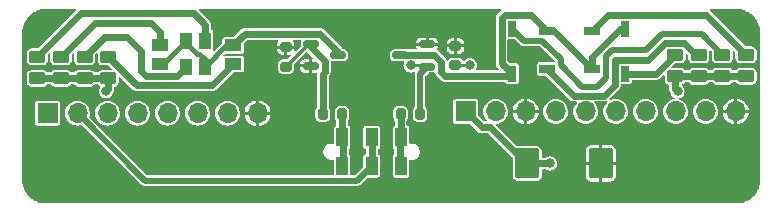
<source format=gbr>
%TF.GenerationSoftware,KiCad,Pcbnew,7.0.7*%
%TF.CreationDate,2023-12-21T12:45:23+01:00*%
%TF.ProjectId,IR range extender v0r1,49522072-616e-4676-9520-657874656e64,rev?*%
%TF.SameCoordinates,Original*%
%TF.FileFunction,Copper,L1,Top*%
%TF.FilePolarity,Positive*%
%FSLAX46Y46*%
G04 Gerber Fmt 4.6, Leading zero omitted, Abs format (unit mm)*
G04 Created by KiCad (PCBNEW 7.0.7) date 2023-12-21 12:45:23*
%MOMM*%
%LPD*%
G01*
G04 APERTURE LIST*
G04 Aperture macros list*
%AMRoundRect*
0 Rectangle with rounded corners*
0 $1 Rounding radius*
0 $2 $3 $4 $5 $6 $7 $8 $9 X,Y pos of 4 corners*
0 Add a 4 corners polygon primitive as box body*
4,1,4,$2,$3,$4,$5,$6,$7,$8,$9,$2,$3,0*
0 Add four circle primitives for the rounded corners*
1,1,$1+$1,$2,$3*
1,1,$1+$1,$4,$5*
1,1,$1+$1,$6,$7*
1,1,$1+$1,$8,$9*
0 Add four rect primitives between the rounded corners*
20,1,$1+$1,$2,$3,$4,$5,0*
20,1,$1+$1,$4,$5,$6,$7,0*
20,1,$1+$1,$6,$7,$8,$9,0*
20,1,$1+$1,$8,$9,$2,$3,0*%
G04 Aperture macros list end*
%TA.AperFunction,SMDPad,CuDef*%
%ADD10RoundRect,0.200000X0.200000X0.275000X-0.200000X0.275000X-0.200000X-0.275000X0.200000X-0.275000X0*%
%TD*%
%TA.AperFunction,SMDPad,CuDef*%
%ADD11R,1.000000X1.450000*%
%TD*%
%TA.AperFunction,SMDPad,CuDef*%
%ADD12R,1.450000X1.000000*%
%TD*%
%TA.AperFunction,SMDPad,CuDef*%
%ADD13RoundRect,0.250000X0.450000X-0.262500X0.450000X0.262500X-0.450000X0.262500X-0.450000X-0.262500X0*%
%TD*%
%TA.AperFunction,SMDPad,CuDef*%
%ADD14R,1.350000X0.750000*%
%TD*%
%TA.AperFunction,ComponentPad*%
%ADD15R,1.700000X1.700000*%
%TD*%
%TA.AperFunction,ComponentPad*%
%ADD16O,1.700000X1.700000*%
%TD*%
%TA.AperFunction,SMDPad,CuDef*%
%ADD17RoundRect,0.150000X0.512500X0.150000X-0.512500X0.150000X-0.512500X-0.150000X0.512500X-0.150000X0*%
%TD*%
%TA.AperFunction,SMDPad,CuDef*%
%ADD18R,0.750000X1.350000*%
%TD*%
%TA.AperFunction,SMDPad,CuDef*%
%ADD19R,0.990600X1.600200*%
%TD*%
%TA.AperFunction,SMDPad,CuDef*%
%ADD20RoundRect,0.200000X-0.200000X-0.275000X0.200000X-0.275000X0.200000X0.275000X-0.200000X0.275000X0*%
%TD*%
%TA.AperFunction,SMDPad,CuDef*%
%ADD21RoundRect,0.150000X-0.512500X-0.150000X0.512500X-0.150000X0.512500X0.150000X-0.512500X0.150000X0*%
%TD*%
%TA.AperFunction,SMDPad,CuDef*%
%ADD22RoundRect,0.250000X-0.787500X-1.025000X0.787500X-1.025000X0.787500X1.025000X-0.787500X1.025000X0*%
%TD*%
%TA.AperFunction,SMDPad,CuDef*%
%ADD23RoundRect,0.200000X0.275000X-0.200000X0.275000X0.200000X-0.275000X0.200000X-0.275000X-0.200000X0*%
%TD*%
%TA.AperFunction,ViaPad*%
%ADD24C,0.800000*%
%TD*%
%TA.AperFunction,Conductor*%
%ADD25C,0.600000*%
%TD*%
%TA.AperFunction,Conductor*%
%ADD26C,0.500000*%
%TD*%
%TA.AperFunction,Conductor*%
%ADD27C,0.400000*%
%TD*%
%TA.AperFunction,Conductor*%
%ADD28C,0.300000*%
%TD*%
%TA.AperFunction,Conductor*%
%ADD29C,0.250000*%
%TD*%
G04 APERTURE END LIST*
D10*
%TO.P,R5,1*%
%TO.N,WIDE*%
X88600000Y-84400000D03*
%TO.P,R5,2*%
%TO.N,Net-(Q1-B)*%
X86950000Y-84400000D03*
%TD*%
D11*
%TO.P,D3,1,K*%
%TO.N,Net-(D1-K)*%
X77000000Y-80400000D03*
%TO.P,D3,2,A*%
%TO.N,Net-(D3-A)*%
X75400000Y-80400000D03*
%TD*%
D12*
%TO.P,D2,1,K*%
%TO.N,Net-(D1-K)*%
X73200000Y-80200000D03*
%TO.P,D2,2,A*%
%TO.N,Net-(D2-A)*%
X73200000Y-78600000D03*
%TD*%
D13*
%TO.P,R4,1*%
%TO.N,+3.3V*%
X68800000Y-81400000D03*
%TO.P,R4,2*%
%TO.N,Net-(D4-A)*%
X68800000Y-79575000D03*
%TD*%
D11*
%TO.P,D1,1,K*%
%TO.N,Net-(D1-K)*%
X75400000Y-78200000D03*
%TO.P,D1,2,A*%
%TO.N,Net-(D1-A)*%
X77000000Y-78200000D03*
%TD*%
D14*
%TO.P,D5,1,K*%
%TO.N,Net-(D5-K)*%
X105975000Y-77400000D03*
%TO.P,D5,2,A*%
%TO.N,Net-(D5-A)*%
X109775000Y-77400000D03*
%TD*%
D15*
%TO.P,J2,1,Pin_1*%
%TO.N,unconnected-(J2-Pin_1-Pad1)*%
X63660000Y-84350000D03*
D16*
%TO.P,J2,2,Pin_2*%
%TO.N,A7*%
X66200000Y-84350000D03*
%TO.P,J2,3,Pin_3*%
%TO.N,unconnected-(J2-Pin_3-Pad3)*%
X68740000Y-84350000D03*
%TO.P,J2,4,Pin_4*%
%TO.N,unconnected-(J2-Pin_4-Pad4)*%
X71280000Y-84350000D03*
%TO.P,J2,5,Pin_5*%
%TO.N,unconnected-(J2-Pin_5-Pad5)*%
X73820000Y-84350000D03*
%TO.P,J2,6,Pin_6*%
%TO.N,unconnected-(J2-Pin_6-Pad6)*%
X76360000Y-84350000D03*
%TO.P,J2,7,Pin_7*%
%TO.N,unconnected-(J2-Pin_7-Pad7)*%
X78900000Y-84350000D03*
%TO.P,J2,8,Pin_8*%
%TO.N,GND*%
X81440000Y-84350000D03*
%TD*%
D12*
%TO.P,D4,1,K*%
%TO.N,Net-(D1-K)*%
X79400000Y-78600000D03*
%TO.P,D4,2,A*%
%TO.N,Net-(D4-A)*%
X79400000Y-80200000D03*
%TD*%
D13*
%TO.P,R7,1*%
%TO.N,+3.3V*%
X122800000Y-81225000D03*
%TO.P,R7,2*%
%TO.N,Net-(D5-A)*%
X122800000Y-79400000D03*
%TD*%
D17*
%TO.P,Q2,1,B*%
%TO.N,Net-(Q2-B)*%
X95800000Y-80400000D03*
%TO.P,Q2,2,E*%
%TO.N,GND*%
X95800000Y-78500000D03*
%TO.P,Q2,3,C*%
%TO.N,Net-(D5-K)*%
X93525000Y-79450000D03*
%TD*%
D15*
%TO.P,J1,1,Pin_1*%
%TO.N,+3.3V*%
X99060000Y-84200000D03*
D16*
%TO.P,J1,2,Pin_2*%
%TO.N,unconnected-(J1-Pin_2-Pad2)*%
X101600000Y-84200000D03*
%TO.P,J1,3,Pin_3*%
%TO.N,GND*%
X104140000Y-84200000D03*
%TO.P,J1,4,Pin_4*%
%TO.N,unconnected-(J1-Pin_4-Pad4)*%
X106680000Y-84200000D03*
%TO.P,J1,5,Pin_5*%
%TO.N,unconnected-(J1-Pin_5-Pad5)*%
X109220000Y-84200000D03*
%TO.P,J1,6,Pin_6*%
%TO.N,unconnected-(J1-Pin_6-Pad6)*%
X111760000Y-84200000D03*
%TO.P,J1,7,Pin_7*%
%TO.N,unconnected-(J1-Pin_7-Pad7)*%
X114300000Y-84200000D03*
%TO.P,J1,8,Pin_8*%
%TO.N,unconnected-(J1-Pin_8-Pad8)*%
X116840000Y-84200000D03*
%TO.P,J1,9,Pin_9*%
%TO.N,unconnected-(J1-Pin_9-Pad9)*%
X119380000Y-84200000D03*
%TO.P,J1,10,Pin_10*%
%TO.N,GND*%
X121920000Y-84200000D03*
%TD*%
D13*
%TO.P,R2,1*%
%TO.N,+3.3V*%
X64800000Y-81400000D03*
%TO.P,R2,2*%
%TO.N,Net-(D2-A)*%
X64800000Y-79575000D03*
%TD*%
D18*
%TO.P,D8,1,K*%
%TO.N,Net-(D5-K)*%
X112575000Y-77200000D03*
%TO.P,D8,2,A*%
%TO.N,Net-(D8-A)*%
X112575000Y-81000000D03*
%TD*%
D19*
%TO.P,SW1,1,A*%
%TO.N,WIDE*%
X88600000Y-86400000D03*
%TO.P,SW1,2,B*%
%TO.N,A7*%
X91100000Y-86400000D03*
%TO.P,SW1,3,C*%
%TO.N,NARROW*%
X93600000Y-86400000D03*
%TO.P,SW1,4,A*%
%TO.N,WIDE*%
X88600000Y-88800000D03*
%TO.P,SW1,5,B*%
%TO.N,A7*%
X91100000Y-88800000D03*
%TO.P,SW1,6,C*%
%TO.N,NARROW*%
X93600000Y-88800000D03*
%TD*%
D13*
%TO.P,R11,1*%
%TO.N,+3.3V*%
X118800000Y-81225000D03*
%TO.P,R11,2*%
%TO.N,Net-(D7-A)*%
X118800000Y-79400000D03*
%TD*%
%TO.P,R9,1*%
%TO.N,+3.3V*%
X120800000Y-81225000D03*
%TO.P,R9,2*%
%TO.N,Net-(D6-A)*%
X120800000Y-79400000D03*
%TD*%
D20*
%TO.P,R8,1*%
%TO.N,NARROW*%
X93550000Y-84400000D03*
%TO.P,R8,2*%
%TO.N,Net-(Q2-B)*%
X95200000Y-84400000D03*
%TD*%
D13*
%TO.P,R3,1*%
%TO.N,+3.3V*%
X66800000Y-81400000D03*
%TO.P,R3,2*%
%TO.N,Net-(D3-A)*%
X66800000Y-79575000D03*
%TD*%
D21*
%TO.P,Q1,1,B*%
%TO.N,Net-(Q1-B)*%
X85962500Y-78450000D03*
%TO.P,Q1,2,E*%
%TO.N,GND*%
X85962500Y-80350000D03*
%TO.P,Q1,3,C*%
%TO.N,Net-(D1-K)*%
X88237500Y-79400000D03*
%TD*%
D13*
%TO.P,R1,1*%
%TO.N,+3.3V*%
X62800000Y-81400000D03*
%TO.P,R1,2*%
%TO.N,Net-(D1-A)*%
X62800000Y-79575000D03*
%TD*%
D22*
%TO.P,C1,1*%
%TO.N,+3.3V*%
X104287500Y-88600000D03*
%TO.P,C1,2*%
%TO.N,GND*%
X110512500Y-88600000D03*
%TD*%
D18*
%TO.P,D6,1,K*%
%TO.N,Net-(D5-K)*%
X102975000Y-81000000D03*
%TO.P,D6,2,A*%
%TO.N,Net-(D6-A)*%
X102975000Y-77200000D03*
%TD*%
D14*
%TO.P,D7,1,K*%
%TO.N,Net-(D5-K)*%
X109775000Y-80600000D03*
%TO.P,D7,2,A*%
%TO.N,Net-(D7-A)*%
X105975000Y-80600000D03*
%TD*%
D23*
%TO.P,R6,1*%
%TO.N,Net-(Q1-B)*%
X83837500Y-80400000D03*
%TO.P,R6,2*%
%TO.N,GND*%
X83837500Y-78750000D03*
%TD*%
%TO.P,R10,1*%
%TO.N,Net-(Q2-B)*%
X98200000Y-80300000D03*
%TO.P,R10,2*%
%TO.N,GND*%
X98200000Y-78650000D03*
%TD*%
D13*
%TO.P,R12,1*%
%TO.N,+3.3V*%
X116800000Y-81225000D03*
%TO.P,R12,2*%
%TO.N,Net-(D8-A)*%
X116800000Y-79400000D03*
%TD*%
D24*
%TO.N,+3.3V*%
X68600000Y-82500000D03*
X106200000Y-88600000D03*
X117000000Y-82500000D03*
%TO.N,Net-(Q2-B)*%
X94400000Y-80300000D03*
X99400000Y-80300000D03*
%TD*%
D25*
%TO.N,+3.3V*%
X68800000Y-81400000D02*
X68800000Y-82300000D01*
X62800000Y-81400000D02*
X64800000Y-81400000D01*
X104287500Y-88600000D02*
X106200000Y-88600000D01*
X118800000Y-81225000D02*
X116800000Y-81225000D01*
X68800000Y-82300000D02*
X68600000Y-82500000D01*
X116800000Y-81225000D02*
X116800000Y-82300000D01*
X101150000Y-85550000D02*
X100410000Y-85550000D01*
X100410000Y-85550000D02*
X99060000Y-84200000D01*
X64800000Y-81400000D02*
X66800000Y-81400000D01*
X104200000Y-88600000D02*
X101150000Y-85550000D01*
X122800000Y-81225000D02*
X120800000Y-81225000D01*
X116800000Y-82300000D02*
X117000000Y-82500000D01*
X104287500Y-88600000D02*
X104200000Y-88600000D01*
X66800000Y-81400000D02*
X68800000Y-81400000D01*
X118800000Y-81225000D02*
X120800000Y-81225000D01*
%TO.N,GND*%
X85912500Y-80400000D02*
X85962500Y-80350000D01*
%TO.N,A7*%
X91100000Y-88800000D02*
X91100000Y-86400000D01*
D26*
X66200000Y-84350000D02*
X71900100Y-90050100D01*
X89849900Y-90050100D02*
X91100000Y-88800000D01*
X71900100Y-90050100D02*
X89849900Y-90050100D01*
D27*
%TO.N,Net-(D1-K)*%
X77000000Y-79800000D02*
X76525000Y-79325000D01*
D25*
X80350000Y-77650000D02*
X79400000Y-78600000D01*
D27*
X73400000Y-80200000D02*
X75400000Y-78200000D01*
X76300000Y-79325000D02*
X75400000Y-78425000D01*
X73200000Y-80200000D02*
X73400000Y-80200000D01*
D25*
X88237500Y-79143261D02*
X86744239Y-77650000D01*
X86744239Y-77650000D02*
X80350000Y-77650000D01*
X88237500Y-79400000D02*
X88237500Y-79143261D01*
D27*
X76525000Y-79325000D02*
X76300000Y-79325000D01*
X79400000Y-78600000D02*
X78800000Y-78600000D01*
X75400000Y-78425000D02*
X75400000Y-78200000D01*
X77000000Y-80400000D02*
X77000000Y-79800000D01*
X78800000Y-78600000D02*
X77000000Y-80400000D01*
D25*
%TO.N,Net-(Q1-B)*%
X85962500Y-78768261D02*
X85962500Y-78450000D01*
X87125000Y-80825000D02*
X87125000Y-79930761D01*
X86950000Y-84400000D02*
X86950000Y-81000000D01*
D28*
X85787500Y-78450000D02*
X83837500Y-80400000D01*
D25*
X85962500Y-78450000D02*
X85787500Y-78450000D01*
X86950000Y-81000000D02*
X87125000Y-80825000D01*
X87125000Y-79930761D02*
X85962500Y-78768261D01*
%TO.N,Net-(D5-K)*%
X102375000Y-76025000D02*
X104600000Y-76025000D01*
X96962500Y-79980761D02*
X96962500Y-80819239D01*
X109775000Y-80600000D02*
X109775000Y-79564340D01*
X93575000Y-79400000D02*
X96381739Y-79400000D01*
X109775000Y-79564340D02*
X112139340Y-77200000D01*
X102100000Y-76300000D02*
X102375000Y-76025000D01*
X97343261Y-81200000D02*
X102775000Y-81200000D01*
X93525000Y-79450000D02*
X93575000Y-79400000D01*
X102975000Y-81000000D02*
X102100000Y-80125000D01*
X112139340Y-77200000D02*
X112575000Y-77200000D01*
X102775000Y-81200000D02*
X102975000Y-81000000D01*
X106575000Y-77400000D02*
X109775000Y-80600000D01*
X96381739Y-79400000D02*
X96962500Y-79980761D01*
X102100000Y-80125000D02*
X102100000Y-76300000D01*
X96962500Y-80819239D02*
X97343261Y-81200000D01*
X105975000Y-77400000D02*
X106575000Y-77400000D01*
X104600000Y-76025000D02*
X105975000Y-77400000D01*
D29*
%TO.N,Net-(Q2-B)*%
X95700000Y-80300000D02*
X95800000Y-80400000D01*
D26*
X95200000Y-81000000D02*
X95800000Y-80400000D01*
D29*
X98200000Y-80300000D02*
X99400000Y-80300000D01*
D26*
X95200000Y-84400000D02*
X95200000Y-81000000D01*
D29*
X94400000Y-80300000D02*
X95700000Y-80300000D01*
D25*
%TO.N,Net-(D1-A)*%
X62800000Y-79575000D02*
X66475000Y-75900000D01*
X66475000Y-75900000D02*
X76025000Y-75900000D01*
X77000000Y-76875000D02*
X77000000Y-78200000D01*
X76025000Y-75900000D02*
X77000000Y-76875000D01*
%TO.N,Net-(D2-A)*%
X64800000Y-79575000D02*
X67675000Y-76700000D01*
X72400000Y-76700000D02*
X73200000Y-77500000D01*
X67675000Y-76700000D02*
X72400000Y-76700000D01*
X73200000Y-77500000D02*
X73200000Y-78600000D01*
%TO.N,Net-(D3-A)*%
X70400000Y-77900000D02*
X71562500Y-79062500D01*
X68475000Y-77900000D02*
X70400000Y-77900000D01*
X66800000Y-79575000D02*
X68475000Y-77900000D01*
X71562500Y-80787500D02*
X71975000Y-81200000D01*
X71975000Y-81200000D02*
X74600000Y-81200000D01*
X71562500Y-79062500D02*
X71562500Y-80787500D01*
X74600000Y-81200000D02*
X75400000Y-80400000D01*
%TO.N,Net-(D4-A)*%
X77600000Y-82000000D02*
X79400000Y-80200000D01*
X71225000Y-82000000D02*
X77600000Y-82000000D01*
X68800000Y-79575000D02*
X71225000Y-82000000D01*
%TO.N,WIDE*%
X88600000Y-84400000D02*
X88600000Y-86400000D01*
X88694502Y-88705498D02*
X88694502Y-86494502D01*
X88600000Y-88800000D02*
X88694502Y-88705498D01*
X88694502Y-86494502D02*
X88600000Y-86400000D01*
%TO.N,Net-(D5-A)*%
X122800000Y-79400000D02*
X119425000Y-76025000D01*
X111150000Y-76025000D02*
X109775000Y-77400000D01*
X119425000Y-76025000D02*
X111150000Y-76025000D01*
%TO.N,NARROW*%
X93550000Y-86350000D02*
X93600000Y-86400000D01*
X93505498Y-86494502D02*
X93505498Y-88705498D01*
X93600000Y-86400000D02*
X93505498Y-86494502D01*
X93505498Y-88705498D02*
X93600000Y-88800000D01*
X93550000Y-84400000D02*
X93550000Y-86350000D01*
D26*
%TO.N,Net-(D6-A)*%
X108900000Y-82100000D02*
X107100000Y-80300000D01*
X110950000Y-81375000D02*
X110225000Y-82100000D01*
X110225000Y-82100000D02*
X108900000Y-82100000D01*
X120800000Y-79400000D02*
X119037500Y-77637500D01*
X107100000Y-79775000D02*
X105550000Y-78225000D01*
X115662500Y-77637500D02*
X114300000Y-79000000D01*
X104000000Y-78225000D02*
X102975000Y-77200000D01*
X105550000Y-78225000D02*
X104000000Y-78225000D01*
X114300000Y-79000000D02*
X111464340Y-79000000D01*
X110950000Y-79514340D02*
X110950000Y-81375000D01*
X107100000Y-80300000D02*
X107100000Y-79775000D01*
X119037500Y-77637500D02*
X115662500Y-77637500D01*
X111464340Y-79000000D02*
X110950000Y-79514340D01*
D25*
%TO.N,Net-(D7-A)*%
X111700000Y-81960660D02*
X110810660Y-82850000D01*
X118800000Y-79400000D02*
X118573160Y-79400000D01*
X114535660Y-79825000D02*
X111700000Y-79825000D01*
X117560660Y-78387500D02*
X115973160Y-78387500D01*
X110810660Y-82850000D02*
X108225000Y-82850000D01*
X108225000Y-82850000D02*
X105975000Y-80600000D01*
X115973160Y-78387500D02*
X114535660Y-79825000D01*
X118573160Y-79400000D02*
X117560660Y-78387500D01*
X111700000Y-79825000D02*
X111700000Y-81960660D01*
%TO.N,Net-(D8-A)*%
X112575000Y-81000000D02*
X115200000Y-81000000D01*
X115200000Y-81000000D02*
X116800000Y-79400000D01*
%TD*%
%TA.AperFunction,Conductor*%
%TO.N,GND*%
G36*
X66044923Y-75533166D02*
G01*
X66063375Y-75577714D01*
X66044923Y-75622262D01*
X62823638Y-78843548D01*
X62779090Y-78862000D01*
X62295734Y-78862000D01*
X62288526Y-78862675D01*
X62265302Y-78864853D01*
X62137118Y-78909707D01*
X62027850Y-78990350D01*
X61947207Y-79099618D01*
X61902353Y-79227802D01*
X61900783Y-79244550D01*
X61899516Y-79258069D01*
X61899500Y-79258237D01*
X61899500Y-79891762D01*
X61902353Y-79922197D01*
X61920655Y-79974500D01*
X61947207Y-80050382D01*
X62027850Y-80159650D01*
X62137118Y-80240293D01*
X62265301Y-80285146D01*
X62295734Y-80288000D01*
X62295740Y-80288000D01*
X63304260Y-80288000D01*
X63304266Y-80288000D01*
X63334699Y-80285146D01*
X63462882Y-80240293D01*
X63572150Y-80159650D01*
X63652793Y-80050382D01*
X63697646Y-79922199D01*
X63700500Y-79891766D01*
X63700500Y-79408408D01*
X63718951Y-79363862D01*
X63791953Y-79290860D01*
X63836500Y-79272409D01*
X63881048Y-79290861D01*
X63899500Y-79335409D01*
X63899500Y-79891762D01*
X63902353Y-79922197D01*
X63920655Y-79974500D01*
X63947207Y-80050382D01*
X64027850Y-80159650D01*
X64137118Y-80240293D01*
X64265301Y-80285146D01*
X64295734Y-80288000D01*
X64295740Y-80288000D01*
X65304260Y-80288000D01*
X65304266Y-80288000D01*
X65334699Y-80285146D01*
X65462882Y-80240293D01*
X65572150Y-80159650D01*
X65652793Y-80050382D01*
X65697646Y-79922199D01*
X65700500Y-79891766D01*
X65700500Y-79408408D01*
X65718952Y-79363861D01*
X65791952Y-79290861D01*
X65836500Y-79272409D01*
X65881048Y-79290861D01*
X65899500Y-79335409D01*
X65899500Y-79891762D01*
X65902353Y-79922197D01*
X65920655Y-79974500D01*
X65947207Y-80050382D01*
X66027850Y-80159650D01*
X66137118Y-80240293D01*
X66265301Y-80285146D01*
X66295734Y-80288000D01*
X66295740Y-80288000D01*
X67304260Y-80288000D01*
X67304266Y-80288000D01*
X67334699Y-80285146D01*
X67462882Y-80240293D01*
X67572150Y-80159650D01*
X67652793Y-80050382D01*
X67697646Y-79922199D01*
X67700500Y-79891766D01*
X67700500Y-79408408D01*
X67718952Y-79363861D01*
X67791952Y-79290861D01*
X67836500Y-79272409D01*
X67881048Y-79290861D01*
X67899500Y-79335409D01*
X67899500Y-79891762D01*
X67902353Y-79922197D01*
X67920655Y-79974500D01*
X67947207Y-80050382D01*
X68027850Y-80159650D01*
X68137118Y-80240293D01*
X68265301Y-80285146D01*
X68295734Y-80288000D01*
X68779090Y-80288000D01*
X68823638Y-80306452D01*
X69096638Y-80579452D01*
X69115090Y-80624000D01*
X69096638Y-80668548D01*
X69052090Y-80687000D01*
X68295734Y-80687000D01*
X68288526Y-80687675D01*
X68265302Y-80689853D01*
X68155471Y-80728285D01*
X68137118Y-80734707D01*
X68027850Y-80815350D01*
X67984629Y-80873911D01*
X67943331Y-80898796D01*
X67933941Y-80899500D01*
X67666059Y-80899500D01*
X67621511Y-80881048D01*
X67615373Y-80873916D01*
X67572150Y-80815350D01*
X67462882Y-80734707D01*
X67360583Y-80698911D01*
X67334697Y-80689853D01*
X67313875Y-80687901D01*
X67304266Y-80687000D01*
X66295734Y-80687000D01*
X66288526Y-80687675D01*
X66265302Y-80689853D01*
X66155471Y-80728285D01*
X66137118Y-80734707D01*
X66027850Y-80815350D01*
X65984629Y-80873911D01*
X65943331Y-80898796D01*
X65933941Y-80899500D01*
X65666059Y-80899500D01*
X65621511Y-80881048D01*
X65615373Y-80873916D01*
X65572150Y-80815350D01*
X65462882Y-80734707D01*
X65360583Y-80698911D01*
X65334697Y-80689853D01*
X65313875Y-80687901D01*
X65304266Y-80687000D01*
X64295734Y-80687000D01*
X64288526Y-80687675D01*
X64265302Y-80689853D01*
X64155471Y-80728285D01*
X64137118Y-80734707D01*
X64027850Y-80815350D01*
X63984629Y-80873911D01*
X63943331Y-80898796D01*
X63933941Y-80899500D01*
X63666059Y-80899500D01*
X63621511Y-80881048D01*
X63615373Y-80873916D01*
X63572150Y-80815350D01*
X63462882Y-80734707D01*
X63360583Y-80698911D01*
X63334697Y-80689853D01*
X63313875Y-80687901D01*
X63304266Y-80687000D01*
X62295734Y-80687000D01*
X62288526Y-80687675D01*
X62265302Y-80689853D01*
X62137118Y-80734707D01*
X62027850Y-80815350D01*
X61947207Y-80924618D01*
X61902353Y-81052802D01*
X61901531Y-81061572D01*
X61899629Y-81081864D01*
X61899500Y-81083237D01*
X61899500Y-81716762D01*
X61902353Y-81747197D01*
X61923063Y-81806384D01*
X61947207Y-81875382D01*
X62027850Y-81984650D01*
X62137118Y-82065293D01*
X62265301Y-82110146D01*
X62295734Y-82113000D01*
X62295740Y-82113000D01*
X63304260Y-82113000D01*
X63304266Y-82113000D01*
X63334699Y-82110146D01*
X63462882Y-82065293D01*
X63572150Y-81984650D01*
X63615370Y-81926088D01*
X63656669Y-81901204D01*
X63666059Y-81900500D01*
X63933941Y-81900500D01*
X63978489Y-81918952D01*
X63984626Y-81926083D01*
X64027850Y-81984650D01*
X64137118Y-82065293D01*
X64265301Y-82110146D01*
X64295734Y-82113000D01*
X64295740Y-82113000D01*
X65304260Y-82113000D01*
X65304266Y-82113000D01*
X65334699Y-82110146D01*
X65462882Y-82065293D01*
X65572150Y-81984650D01*
X65615370Y-81926088D01*
X65656669Y-81901204D01*
X65666059Y-81900500D01*
X65933941Y-81900500D01*
X65978489Y-81918952D01*
X65984626Y-81926083D01*
X66027850Y-81984650D01*
X66137118Y-82065293D01*
X66265301Y-82110146D01*
X66295734Y-82113000D01*
X66295740Y-82113000D01*
X67304260Y-82113000D01*
X67304266Y-82113000D01*
X67334699Y-82110146D01*
X67462882Y-82065293D01*
X67572150Y-81984650D01*
X67615370Y-81926088D01*
X67656669Y-81901204D01*
X67666059Y-81900500D01*
X67933941Y-81900500D01*
X67978489Y-81918952D01*
X67984626Y-81926083D01*
X68027850Y-81984650D01*
X68110708Y-82045802D01*
X68135593Y-82087101D01*
X68123987Y-82133902D01*
X68123279Y-82134842D01*
X68075464Y-82197158D01*
X68075463Y-82197160D01*
X68014956Y-82343233D01*
X68014956Y-82343236D01*
X67994318Y-82499999D01*
X67994318Y-82500000D01*
X68014956Y-82656763D01*
X68014956Y-82656766D01*
X68075463Y-82802839D01*
X68075464Y-82802841D01*
X68171714Y-82928278D01*
X68171721Y-82928285D01*
X68265798Y-83000472D01*
X68297159Y-83024536D01*
X68389274Y-83062691D01*
X68443235Y-83085043D01*
X68443238Y-83085044D01*
X68571984Y-83101993D01*
X68599999Y-83105682D01*
X68599999Y-83105681D01*
X68600000Y-83105682D01*
X68756762Y-83085044D01*
X68756764Y-83085043D01*
X68756766Y-83085043D01*
X68821365Y-83058284D01*
X68902841Y-83024536D01*
X69028282Y-82928282D01*
X69124536Y-82802841D01*
X69158284Y-82721365D01*
X69185043Y-82656766D01*
X69185043Y-82656764D01*
X69185044Y-82656762D01*
X69188295Y-82632064D01*
X69203143Y-82599031D01*
X69225377Y-82573373D01*
X69230103Y-82563024D01*
X69236975Y-82551442D01*
X69243796Y-82542331D01*
X69262312Y-82492685D01*
X69263154Y-82490650D01*
X69285165Y-82442457D01*
X69286443Y-82433564D01*
X69286784Y-82431195D01*
X69290114Y-82418143D01*
X69294091Y-82407483D01*
X69296112Y-82379221D01*
X69297870Y-82354648D01*
X69298111Y-82352409D01*
X69298530Y-82349500D01*
X69300500Y-82335799D01*
X69300500Y-82318998D01*
X69300579Y-82316770D01*
X69304359Y-82263927D01*
X69301940Y-82252806D01*
X69300500Y-82239415D01*
X69300500Y-82166813D01*
X69318952Y-82122265D01*
X69342690Y-82107349D01*
X69462882Y-82065293D01*
X69572150Y-81984650D01*
X69652793Y-81875382D01*
X69697646Y-81747199D01*
X69700500Y-81716766D01*
X69700500Y-81335409D01*
X69718952Y-81290862D01*
X69763500Y-81272410D01*
X69808048Y-81290862D01*
X70828254Y-82311068D01*
X70836701Y-82321550D01*
X70842857Y-82331128D01*
X70882880Y-82365808D01*
X70884520Y-82367335D01*
X70896404Y-82379218D01*
X70896407Y-82379221D01*
X70906793Y-82386995D01*
X70909863Y-82389294D01*
X70911605Y-82390698D01*
X70951627Y-82425377D01*
X70951628Y-82425377D01*
X70951629Y-82425378D01*
X70961976Y-82430104D01*
X70973557Y-82436975D01*
X70982669Y-82443796D01*
X71032291Y-82462303D01*
X71034363Y-82463162D01*
X71082543Y-82485165D01*
X71093804Y-82486784D01*
X71106854Y-82490114D01*
X71108227Y-82490626D01*
X71117517Y-82494091D01*
X71170346Y-82497869D01*
X71172550Y-82498105D01*
X71189201Y-82500500D01*
X71206002Y-82500500D01*
X71208229Y-82500579D01*
X71256492Y-82504031D01*
X71261072Y-82504359D01*
X71261072Y-82504358D01*
X71261073Y-82504359D01*
X71272192Y-82501940D01*
X71285585Y-82500500D01*
X77539415Y-82500500D01*
X77552807Y-82501940D01*
X77563927Y-82504359D01*
X77616770Y-82500579D01*
X77618998Y-82500500D01*
X77635794Y-82500500D01*
X77635799Y-82500500D01*
X77652418Y-82498109D01*
X77654648Y-82497870D01*
X77684930Y-82495703D01*
X77707483Y-82494091D01*
X77718143Y-82490114D01*
X77731195Y-82486784D01*
X77733564Y-82486443D01*
X77742457Y-82485165D01*
X77790650Y-82463154D01*
X77792685Y-82462312D01*
X77842331Y-82443796D01*
X77851442Y-82436974D01*
X77863028Y-82430101D01*
X77873373Y-82425377D01*
X77913404Y-82390688D01*
X77915136Y-82389294D01*
X77928593Y-82379221D01*
X77940496Y-82367316D01*
X77942093Y-82365829D01*
X77982143Y-82331128D01*
X77988297Y-82321552D01*
X77996741Y-82311071D01*
X79388861Y-80918952D01*
X79433410Y-80900500D01*
X80144745Y-80900500D01*
X80144748Y-80900500D01*
X80203231Y-80888867D01*
X80269552Y-80844552D01*
X80313867Y-80778231D01*
X80325500Y-80719748D01*
X80325500Y-79680252D01*
X80313867Y-79621769D01*
X80269552Y-79555448D01*
X80203231Y-79511133D01*
X80144748Y-79499500D01*
X78655252Y-79499500D01*
X78642845Y-79501967D01*
X78623813Y-79505753D01*
X78576521Y-79496345D01*
X78549734Y-79456252D01*
X78559142Y-79408960D01*
X78566977Y-79399415D01*
X78647441Y-79318952D01*
X78691988Y-79300500D01*
X80144745Y-79300500D01*
X80144748Y-79300500D01*
X80203231Y-79288867D01*
X80269552Y-79244552D01*
X80313867Y-79178231D01*
X80325500Y-79119748D01*
X80325500Y-79004932D01*
X83106500Y-79004932D01*
X83109387Y-79035731D01*
X83154789Y-79165480D01*
X83236417Y-79276082D01*
X83347019Y-79357710D01*
X83476768Y-79403112D01*
X83507567Y-79405999D01*
X83507574Y-79406000D01*
X83709499Y-79406000D01*
X83709500Y-79405999D01*
X83709500Y-78878000D01*
X83106501Y-78878000D01*
X83106500Y-78878001D01*
X83106500Y-79004932D01*
X80325500Y-79004932D01*
X80325500Y-78408410D01*
X80343952Y-78363862D01*
X80538862Y-78168952D01*
X80583410Y-78150500D01*
X83165805Y-78150500D01*
X83210353Y-78168952D01*
X83228805Y-78213500D01*
X83216495Y-78250911D01*
X83154789Y-78334519D01*
X83109387Y-78464268D01*
X83106500Y-78495067D01*
X83106500Y-78621999D01*
X83106501Y-78622000D01*
X84568499Y-78622000D01*
X84568500Y-78621999D01*
X84568500Y-78495074D01*
X84568499Y-78495067D01*
X84565612Y-78464268D01*
X84520210Y-78334519D01*
X84458505Y-78250911D01*
X84446899Y-78204110D01*
X84471784Y-78162810D01*
X84509195Y-78150500D01*
X85043592Y-78150500D01*
X85088140Y-78168952D01*
X85106592Y-78213500D01*
X85105934Y-78222578D01*
X85099500Y-78266740D01*
X85099500Y-78266742D01*
X85099500Y-78616220D01*
X85081048Y-78660768D01*
X84674667Y-79067149D01*
X84630119Y-79085601D01*
X84585571Y-79067149D01*
X84567119Y-79022601D01*
X84567394Y-79016718D01*
X84568499Y-79004927D01*
X84568500Y-79004926D01*
X84568500Y-78878001D01*
X84568499Y-78878000D01*
X83965500Y-78878000D01*
X83965500Y-79405999D01*
X83965501Y-79406000D01*
X84167426Y-79406000D01*
X84167427Y-79405999D01*
X84179218Y-79404894D01*
X84225294Y-79419106D01*
X84247826Y-79461736D01*
X84233614Y-79507812D01*
X84229649Y-79512167D01*
X83960768Y-79781048D01*
X83916220Y-79799500D01*
X83530977Y-79799500D01*
X83530976Y-79799501D01*
X83437200Y-79814352D01*
X83437195Y-79814354D01*
X83324157Y-79871950D01*
X83234450Y-79961657D01*
X83176852Y-80074698D01*
X83162000Y-80168476D01*
X83162000Y-80631522D01*
X83162001Y-80631523D01*
X83176852Y-80725299D01*
X83176854Y-80725304D01*
X83234450Y-80838342D01*
X83324158Y-80928050D01*
X83428078Y-80981000D01*
X83437198Y-80985647D01*
X83524616Y-80999491D01*
X83530968Y-81000498D01*
X83530975Y-81000499D01*
X83530981Y-81000500D01*
X84144018Y-81000499D01*
X84144022Y-81000499D01*
X84144022Y-81000498D01*
X84190911Y-80993072D01*
X84237799Y-80985647D01*
X84237799Y-80985646D01*
X84237804Y-80985646D01*
X84350842Y-80928050D01*
X84440550Y-80838342D01*
X84498146Y-80725304D01*
X84498146Y-80725302D01*
X84498147Y-80725301D01*
X84512999Y-80631523D01*
X84513000Y-80631519D01*
X84513000Y-80531958D01*
X85044000Y-80531958D01*
X85059057Y-80627022D01*
X85117445Y-80741616D01*
X85208383Y-80832554D01*
X85322977Y-80890942D01*
X85418041Y-80906000D01*
X85834499Y-80906000D01*
X85834500Y-80905999D01*
X85834500Y-80478001D01*
X85834499Y-80478000D01*
X85044001Y-80478000D01*
X85044000Y-80478001D01*
X85044000Y-80531958D01*
X84513000Y-80531958D01*
X84512999Y-80246276D01*
X84523055Y-80221999D01*
X85044000Y-80221999D01*
X85044001Y-80222000D01*
X85834499Y-80222000D01*
X85834500Y-80221998D01*
X85834500Y-79794001D01*
X85834499Y-79794000D01*
X85418041Y-79794000D01*
X85322977Y-79809057D01*
X85208383Y-79867445D01*
X85117445Y-79958383D01*
X85059057Y-80072977D01*
X85044000Y-80168041D01*
X85044000Y-80221999D01*
X84523055Y-80221999D01*
X84531450Y-80201730D01*
X85565256Y-79167924D01*
X85609803Y-79149473D01*
X85654349Y-79167924D01*
X86137819Y-79651393D01*
X86172878Y-79686452D01*
X86191330Y-79731000D01*
X86172878Y-79775548D01*
X86128330Y-79794000D01*
X86090500Y-79794000D01*
X86090500Y-80905999D01*
X86090501Y-80906000D01*
X86386500Y-80906000D01*
X86431048Y-80924452D01*
X86449500Y-80969000D01*
X86449500Y-80981000D01*
X86449420Y-80983229D01*
X86448185Y-81000500D01*
X86445640Y-81036071D01*
X86448060Y-81047191D01*
X86449500Y-81060584D01*
X86449500Y-83833012D01*
X86431048Y-83877560D01*
X86421950Y-83886657D01*
X86364352Y-83999698D01*
X86349500Y-84093475D01*
X86349500Y-84706522D01*
X86349501Y-84706523D01*
X86364352Y-84800299D01*
X86364354Y-84800304D01*
X86421950Y-84913342D01*
X86511658Y-85003050D01*
X86566607Y-85031048D01*
X86624698Y-85060647D01*
X86696583Y-85072031D01*
X86718481Y-85075500D01*
X87181518Y-85075499D01*
X87181522Y-85075499D01*
X87181522Y-85075498D01*
X87228410Y-85068072D01*
X87275299Y-85060647D01*
X87275299Y-85060646D01*
X87275304Y-85060646D01*
X87388342Y-85003050D01*
X87478050Y-84913342D01*
X87535646Y-84800304D01*
X87535646Y-84800302D01*
X87535647Y-84800301D01*
X87549173Y-84714896D01*
X87550500Y-84706519D01*
X87550499Y-84093482D01*
X87550499Y-84093481D01*
X87550499Y-84093477D01*
X87550498Y-84093476D01*
X87535647Y-83999700D01*
X87535646Y-83999698D01*
X87535646Y-83999696D01*
X87478050Y-83886658D01*
X87478048Y-83886656D01*
X87478047Y-83886654D01*
X87468951Y-83877557D01*
X87450500Y-83833011D01*
X87450500Y-81237135D01*
X87465886Y-81195881D01*
X87490835Y-81167086D01*
X87492322Y-81165489D01*
X87504220Y-81153593D01*
X87514307Y-81140116D01*
X87515674Y-81138420D01*
X87550377Y-81098373D01*
X87555101Y-81088026D01*
X87561975Y-81076442D01*
X87562229Y-81076103D01*
X87568796Y-81067331D01*
X87587312Y-81017685D01*
X87588154Y-81015650D01*
X87610165Y-80967457D01*
X87611784Y-80956193D01*
X87615113Y-80943145D01*
X87619091Y-80932483D01*
X87621969Y-80892235D01*
X87622869Y-80879655D01*
X87623110Y-80877416D01*
X87625499Y-80860805D01*
X87625500Y-80860799D01*
X87625500Y-80843988D01*
X87625579Y-80841762D01*
X87629358Y-80788927D01*
X87626940Y-80777810D01*
X87625500Y-80764419D01*
X87625500Y-79991345D01*
X87626940Y-79977952D01*
X87629359Y-79966834D01*
X87629359Y-79966829D01*
X87629681Y-79962339D01*
X87631284Y-79962453D01*
X87644675Y-79922237D01*
X87687796Y-79900660D01*
X87692282Y-79900500D01*
X88783254Y-79900500D01*
X88783260Y-79900500D01*
X88851393Y-79890573D01*
X88956483Y-79839198D01*
X89039198Y-79756483D01*
X89090573Y-79651393D01*
X89100500Y-79583260D01*
X89100500Y-79216740D01*
X89090573Y-79148607D01*
X89090571Y-79148603D01*
X89056271Y-79078441D01*
X89039198Y-79043517D01*
X88956483Y-78960802D01*
X88944650Y-78955017D01*
X88851395Y-78909427D01*
X88827254Y-78905910D01*
X88783260Y-78899500D01*
X88783256Y-78899500D01*
X88716308Y-78899500D01*
X88671760Y-78881048D01*
X88663308Y-78870559D01*
X88662877Y-78869888D01*
X88628206Y-78829876D01*
X88626794Y-78828124D01*
X88619972Y-78819011D01*
X88616721Y-78814668D01*
X88613110Y-78811057D01*
X88604835Y-78802781D01*
X88603309Y-78801143D01*
X88568628Y-78761118D01*
X88559050Y-78754962D01*
X88548568Y-78746515D01*
X88324052Y-78521999D01*
X97469000Y-78521999D01*
X97469001Y-78522000D01*
X98071999Y-78522000D01*
X98072000Y-78521999D01*
X98072000Y-78521998D01*
X98328000Y-78521998D01*
X98328001Y-78522000D01*
X98930999Y-78522000D01*
X98931000Y-78521999D01*
X98931000Y-78395074D01*
X98930999Y-78395067D01*
X98928112Y-78364268D01*
X98882710Y-78234519D01*
X98801082Y-78123917D01*
X98690480Y-78042289D01*
X98560731Y-77996887D01*
X98529932Y-77994000D01*
X98328001Y-77994000D01*
X98328000Y-77994001D01*
X98328000Y-78521998D01*
X98072000Y-78521998D01*
X98072000Y-77994001D01*
X98071999Y-77994000D01*
X97870067Y-77994000D01*
X97839268Y-77996887D01*
X97709519Y-78042289D01*
X97598917Y-78123917D01*
X97517289Y-78234519D01*
X97471887Y-78364268D01*
X97469000Y-78395067D01*
X97469000Y-78521999D01*
X88324052Y-78521999D01*
X88174052Y-78371999D01*
X94881500Y-78371999D01*
X94881501Y-78372000D01*
X95671999Y-78372000D01*
X95672000Y-78371999D01*
X95928000Y-78371999D01*
X95928001Y-78372000D01*
X96718499Y-78372000D01*
X96718500Y-78371999D01*
X96718500Y-78318041D01*
X96703442Y-78222977D01*
X96645054Y-78108383D01*
X96554116Y-78017445D01*
X96439522Y-77959057D01*
X96344459Y-77944000D01*
X95928001Y-77944000D01*
X95928000Y-77944001D01*
X95928000Y-78371999D01*
X95672000Y-78371999D01*
X95672000Y-77944001D01*
X95671999Y-77944000D01*
X95255541Y-77944000D01*
X95160477Y-77959057D01*
X95045883Y-78017445D01*
X94954945Y-78108383D01*
X94896557Y-78222977D01*
X94881500Y-78318041D01*
X94881500Y-78371999D01*
X88174052Y-78371999D01*
X87140983Y-77338930D01*
X87132533Y-77328444D01*
X87126382Y-77318872D01*
X87086356Y-77284190D01*
X87084717Y-77282663D01*
X87072830Y-77270777D01*
X87066227Y-77265835D01*
X87059372Y-77260703D01*
X87057630Y-77259299D01*
X87055752Y-77257672D01*
X87031868Y-77236976D01*
X87017615Y-77224625D01*
X87017613Y-77224624D01*
X87017612Y-77224623D01*
X87007258Y-77219894D01*
X86995683Y-77213025D01*
X86986574Y-77206206D01*
X86986572Y-77206205D01*
X86986570Y-77206204D01*
X86942729Y-77189852D01*
X86936946Y-77187695D01*
X86934868Y-77186834D01*
X86886695Y-77164834D01*
X86875423Y-77163213D01*
X86862382Y-77159884D01*
X86851725Y-77155910D01*
X86851724Y-77155909D01*
X86851722Y-77155909D01*
X86851720Y-77155908D01*
X86851717Y-77155908D01*
X86798904Y-77152130D01*
X86796671Y-77151890D01*
X86780041Y-77149500D01*
X86780038Y-77149500D01*
X86763237Y-77149500D01*
X86761009Y-77149420D01*
X86738290Y-77147795D01*
X86708166Y-77145640D01*
X86697046Y-77148060D01*
X86683654Y-77149500D01*
X80410585Y-77149500D01*
X80397193Y-77148060D01*
X80386070Y-77145640D01*
X80353472Y-77147972D01*
X80333229Y-77149420D01*
X80331002Y-77149500D01*
X80314201Y-77149500D01*
X80310907Y-77149973D01*
X80297566Y-77151890D01*
X80295333Y-77152130D01*
X80242521Y-77155908D01*
X80242510Y-77155910D01*
X80231849Y-77159886D01*
X80218810Y-77163214D01*
X80207540Y-77164835D01*
X80207539Y-77164835D01*
X80159373Y-77186832D01*
X80157296Y-77187692D01*
X80107669Y-77206203D01*
X80107667Y-77206204D01*
X80098549Y-77213029D01*
X80086978Y-77219894D01*
X80076629Y-77224621D01*
X80036601Y-77259303D01*
X80034853Y-77260712D01*
X80021407Y-77270778D01*
X80021400Y-77270784D01*
X80009532Y-77282652D01*
X80007888Y-77284183D01*
X79967861Y-77318867D01*
X79967852Y-77318877D01*
X79961700Y-77328449D01*
X79953253Y-77338931D01*
X79411138Y-77881048D01*
X79366590Y-77899500D01*
X78655252Y-77899500D01*
X78611389Y-77908224D01*
X78596768Y-77911133D01*
X78530449Y-77955447D01*
X78530447Y-77955449D01*
X78486133Y-78021768D01*
X78486132Y-78021769D01*
X78486133Y-78021769D01*
X78474500Y-78080252D01*
X78474500Y-78080255D01*
X78474500Y-78333011D01*
X78456048Y-78377559D01*
X77800584Y-79033022D01*
X77756036Y-79051474D01*
X77711488Y-79033022D01*
X77693036Y-78988474D01*
X77694247Y-78976183D01*
X77694469Y-78975070D01*
X77700500Y-78944748D01*
X77700500Y-77455252D01*
X77688867Y-77396769D01*
X77644552Y-77330448D01*
X77578231Y-77286133D01*
X77578230Y-77286132D01*
X77578229Y-77286132D01*
X77551209Y-77280757D01*
X77511117Y-77253968D01*
X77500500Y-77218968D01*
X77500500Y-76935584D01*
X77501940Y-76922191D01*
X77504359Y-76911071D01*
X77502433Y-76884143D01*
X77500579Y-76858229D01*
X77500500Y-76856000D01*
X77500500Y-76839205D01*
X77500498Y-76839189D01*
X77498107Y-76822563D01*
X77497869Y-76820346D01*
X77494091Y-76767517D01*
X77490114Y-76756854D01*
X77486784Y-76743804D01*
X77485165Y-76732544D01*
X77485165Y-76732543D01*
X77463162Y-76684363D01*
X77462301Y-76682285D01*
X77443796Y-76632669D01*
X77436975Y-76623557D01*
X77430104Y-76611976D01*
X77425378Y-76601629D01*
X77425377Y-76601628D01*
X77425377Y-76601627D01*
X77390699Y-76561607D01*
X77389294Y-76559863D01*
X77386995Y-76556793D01*
X77379221Y-76546407D01*
X77376766Y-76543952D01*
X77367335Y-76534520D01*
X77365809Y-76532882D01*
X77331128Y-76492857D01*
X77321550Y-76486701D01*
X77311068Y-76478254D01*
X76455076Y-75622262D01*
X76436624Y-75577714D01*
X76455076Y-75533166D01*
X76499624Y-75514714D01*
X102030706Y-75514714D01*
X102075254Y-75533166D01*
X102093706Y-75577714D01*
X102075254Y-75622262D01*
X102071958Y-75625330D01*
X102061600Y-75634304D01*
X102059853Y-75635712D01*
X102046407Y-75645778D01*
X102046400Y-75645784D01*
X102034532Y-75657652D01*
X102032888Y-75659183D01*
X101992861Y-75693867D01*
X101992852Y-75693877D01*
X101986700Y-75703449D01*
X101978253Y-75713931D01*
X101788931Y-75903253D01*
X101778449Y-75911700D01*
X101768877Y-75917852D01*
X101768867Y-75917861D01*
X101734183Y-75957888D01*
X101732652Y-75959532D01*
X101720784Y-75971400D01*
X101720778Y-75971407D01*
X101710712Y-75984853D01*
X101709303Y-75986601D01*
X101674621Y-76026629D01*
X101669894Y-76036978D01*
X101663029Y-76048549D01*
X101656204Y-76057667D01*
X101656203Y-76057669D01*
X101637692Y-76107296D01*
X101636832Y-76109373D01*
X101614835Y-76157539D01*
X101614835Y-76157540D01*
X101613214Y-76168810D01*
X101609886Y-76181849D01*
X101605910Y-76192510D01*
X101605908Y-76192521D01*
X101602130Y-76245333D01*
X101601890Y-76247566D01*
X101599500Y-76264203D01*
X101599500Y-76281000D01*
X101599420Y-76283229D01*
X101598436Y-76296992D01*
X101595640Y-76336071D01*
X101598060Y-76347191D01*
X101599500Y-76360584D01*
X101599500Y-80064415D01*
X101598060Y-80077806D01*
X101595641Y-80088927D01*
X101595640Y-80088927D01*
X101597363Y-80112999D01*
X101599420Y-80141770D01*
X101599500Y-80143998D01*
X101599500Y-80160801D01*
X101601890Y-80177432D01*
X101602130Y-80179665D01*
X101605908Y-80232478D01*
X101605910Y-80232486D01*
X101609884Y-80243143D01*
X101613213Y-80256184D01*
X101614834Y-80267456D01*
X101636834Y-80315629D01*
X101637695Y-80317707D01*
X101656205Y-80367333D01*
X101656206Y-80367335D01*
X101663025Y-80376444D01*
X101669894Y-80388019D01*
X101674623Y-80398373D01*
X101674625Y-80398375D01*
X101674625Y-80398376D01*
X101709299Y-80438391D01*
X101710703Y-80440133D01*
X101715835Y-80446988D01*
X101720777Y-80453591D01*
X101732663Y-80465478D01*
X101734190Y-80467117D01*
X101768872Y-80507143D01*
X101778444Y-80513294D01*
X101788930Y-80521744D01*
X101859138Y-80591952D01*
X101877590Y-80636500D01*
X101859138Y-80681048D01*
X101814590Y-80699500D01*
X99977849Y-80699500D01*
X99933301Y-80681048D01*
X99914849Y-80636500D01*
X99923289Y-80605001D01*
X99924531Y-80602847D01*
X99924536Y-80602841D01*
X99960110Y-80516957D01*
X99985043Y-80456766D01*
X99985043Y-80456764D01*
X99985044Y-80456762D01*
X100005682Y-80300000D01*
X99985044Y-80143238D01*
X99985043Y-80143235D01*
X99985043Y-80143233D01*
X99935008Y-80022440D01*
X99924536Y-79997159D01*
X99894782Y-79958383D01*
X99828285Y-79871721D01*
X99828278Y-79871714D01*
X99702841Y-79775464D01*
X99702839Y-79775463D01*
X99556764Y-79714956D01*
X99400000Y-79694318D01*
X99243236Y-79714956D01*
X99243233Y-79714956D01*
X99097160Y-79775463D01*
X99097158Y-79775464D01*
X98971721Y-79871714D01*
X98971714Y-79871721D01*
X98934220Y-79920585D01*
X98892462Y-79944694D01*
X98845887Y-79932214D01*
X98828108Y-79910838D01*
X98803050Y-79861658D01*
X98713342Y-79771950D01*
X98712761Y-79771654D01*
X98600301Y-79714352D01*
X98506524Y-79699500D01*
X97893477Y-79699500D01*
X97893476Y-79699501D01*
X97799700Y-79714352D01*
X97799695Y-79714354D01*
X97686657Y-79771950D01*
X97596950Y-79861657D01*
X97575955Y-79902863D01*
X97539290Y-79934178D01*
X97491220Y-79930394D01*
X97459905Y-79893729D01*
X97456983Y-79878759D01*
X97456591Y-79873278D01*
X97452614Y-79862615D01*
X97449284Y-79849565D01*
X97448410Y-79843487D01*
X97447665Y-79838304D01*
X97436727Y-79814354D01*
X97425662Y-79790124D01*
X97424801Y-79788046D01*
X97406296Y-79738430D01*
X97399475Y-79729318D01*
X97392604Y-79717737D01*
X97387878Y-79707390D01*
X97387877Y-79707389D01*
X97387877Y-79707388D01*
X97353199Y-79667368D01*
X97351794Y-79665624D01*
X97344031Y-79655254D01*
X97341721Y-79652168D01*
X97338366Y-79648813D01*
X97329835Y-79640281D01*
X97328309Y-79638643D01*
X97293628Y-79598618D01*
X97284050Y-79592462D01*
X97273568Y-79584015D01*
X96778483Y-79088930D01*
X96770033Y-79078444D01*
X96763882Y-79068872D01*
X96723856Y-79034190D01*
X96722217Y-79032663D01*
X96710330Y-79020777D01*
X96697004Y-79010802D01*
X96696872Y-79010703D01*
X96695130Y-79009299D01*
X96690090Y-79004932D01*
X96655628Y-78975070D01*
X96634045Y-78931952D01*
X96641772Y-78904932D01*
X97469000Y-78904932D01*
X97471887Y-78935731D01*
X97517289Y-79065480D01*
X97598917Y-79176082D01*
X97709519Y-79257710D01*
X97839268Y-79303112D01*
X97870067Y-79305999D01*
X97870074Y-79306000D01*
X98071999Y-79306000D01*
X98072000Y-79305999D01*
X98072000Y-79305998D01*
X98328000Y-79305998D01*
X98328001Y-79306000D01*
X98529926Y-79306000D01*
X98529932Y-79305999D01*
X98560731Y-79303112D01*
X98690480Y-79257710D01*
X98801082Y-79176082D01*
X98882710Y-79065480D01*
X98928112Y-78935731D01*
X98930999Y-78904932D01*
X98931000Y-78904926D01*
X98931000Y-78778001D01*
X98930999Y-78778000D01*
X98328001Y-78778000D01*
X98328000Y-78778001D01*
X98328000Y-79305998D01*
X98072000Y-79305998D01*
X98072000Y-78778000D01*
X97469001Y-78778000D01*
X97469000Y-78778001D01*
X97469000Y-78904932D01*
X96641772Y-78904932D01*
X96644125Y-78896706D01*
X96642804Y-78896033D01*
X96703442Y-78777022D01*
X96718500Y-78681958D01*
X96718500Y-78628001D01*
X96718499Y-78628000D01*
X94881501Y-78628000D01*
X94881500Y-78628001D01*
X94881500Y-78681958D01*
X94896557Y-78777022D01*
X94912289Y-78807898D01*
X94916073Y-78855968D01*
X94884758Y-78892633D01*
X94856156Y-78899500D01*
X93635585Y-78899500D01*
X93622193Y-78898060D01*
X93611070Y-78895640D01*
X93578472Y-78897972D01*
X93558229Y-78899420D01*
X93556002Y-78899500D01*
X93539201Y-78899500D01*
X93535907Y-78899973D01*
X93522566Y-78901890D01*
X93520333Y-78902130D01*
X93467521Y-78905908D01*
X93467510Y-78905910D01*
X93456849Y-78909886D01*
X93443810Y-78913214D01*
X93432540Y-78914835D01*
X93432539Y-78914835D01*
X93384373Y-78936832D01*
X93382297Y-78937692D01*
X93361294Y-78945527D01*
X93339275Y-78949500D01*
X92979240Y-78949500D01*
X92945173Y-78954463D01*
X92911104Y-78959427D01*
X92806018Y-79010801D01*
X92723301Y-79093518D01*
X92671927Y-79198604D01*
X92669284Y-79216746D01*
X92662000Y-79266740D01*
X92662000Y-79633260D01*
X92666846Y-79666518D01*
X92671927Y-79701395D01*
X92717199Y-79794000D01*
X92723302Y-79806483D01*
X92806017Y-79889198D01*
X92854462Y-79912881D01*
X92911104Y-79940572D01*
X92911105Y-79940572D01*
X92911107Y-79940573D01*
X92979240Y-79950500D01*
X93464415Y-79950500D01*
X93477807Y-79951940D01*
X93488927Y-79954359D01*
X93541770Y-79950579D01*
X93543998Y-79950500D01*
X93800505Y-79950500D01*
X93845053Y-79968952D01*
X93863505Y-80013500D01*
X93858709Y-80037609D01*
X93814956Y-80143234D01*
X93814956Y-80143236D01*
X93794318Y-80299999D01*
X93794318Y-80300000D01*
X93814956Y-80456763D01*
X93814956Y-80456766D01*
X93875463Y-80602839D01*
X93875464Y-80602841D01*
X93971714Y-80728278D01*
X93971721Y-80728285D01*
X94023070Y-80767686D01*
X94097159Y-80824536D01*
X94184720Y-80860805D01*
X94243235Y-80885043D01*
X94243238Y-80885044D01*
X94400000Y-80905682D01*
X94556762Y-80885044D01*
X94556764Y-80885043D01*
X94556765Y-80885043D01*
X94667816Y-80839044D01*
X94716034Y-80839043D01*
X94750129Y-80873139D01*
X94751173Y-80910273D01*
X94753231Y-80910663D01*
X94752352Y-80915304D01*
X94752341Y-80915613D01*
X94749591Y-80931799D01*
X94749500Y-80932092D01*
X94749500Y-80991573D01*
X94747276Y-81051010D01*
X94747276Y-81051013D01*
X94747353Y-81051298D01*
X94749500Y-81067603D01*
X94749500Y-83783011D01*
X94731048Y-83827558D01*
X94671951Y-83886655D01*
X94614352Y-83999698D01*
X94599500Y-84093475D01*
X94599500Y-84706522D01*
X94599501Y-84706523D01*
X94614352Y-84800299D01*
X94614354Y-84800304D01*
X94671950Y-84913342D01*
X94761658Y-85003050D01*
X94816607Y-85031048D01*
X94874698Y-85060647D01*
X94946583Y-85072031D01*
X94968481Y-85075500D01*
X95431518Y-85075499D01*
X95431522Y-85075499D01*
X95431522Y-85075498D01*
X95467828Y-85069748D01*
X98009500Y-85069748D01*
X98021133Y-85128231D01*
X98065448Y-85194552D01*
X98131769Y-85238867D01*
X98190252Y-85250500D01*
X99376591Y-85250500D01*
X99421139Y-85268952D01*
X100013253Y-85861066D01*
X100021704Y-85871554D01*
X100027855Y-85881126D01*
X100027856Y-85881127D01*
X100027857Y-85881128D01*
X100067890Y-85915816D01*
X100069528Y-85917342D01*
X100081408Y-85929221D01*
X100094847Y-85939281D01*
X100096591Y-85940686D01*
X100136627Y-85975377D01*
X100136628Y-85975377D01*
X100136629Y-85975378D01*
X100146976Y-85980104D01*
X100158557Y-85986975D01*
X100167669Y-85993796D01*
X100217291Y-86012303D01*
X100219363Y-86013162D01*
X100267543Y-86035165D01*
X100278804Y-86036784D01*
X100291855Y-86040114D01*
X100302517Y-86044091D01*
X100355346Y-86047869D01*
X100357550Y-86048105D01*
X100374201Y-86050500D01*
X100391002Y-86050500D01*
X100393229Y-86050579D01*
X100441492Y-86054031D01*
X100446072Y-86054359D01*
X100446072Y-86054358D01*
X100446073Y-86054359D01*
X100457192Y-86051940D01*
X100470585Y-86050500D01*
X100916590Y-86050500D01*
X100961138Y-86068952D01*
X103031048Y-88138861D01*
X103049500Y-88183409D01*
X103049500Y-89679262D01*
X103052353Y-89709697D01*
X103073063Y-89768884D01*
X103097207Y-89837882D01*
X103177850Y-89947150D01*
X103287118Y-90027793D01*
X103415301Y-90072646D01*
X103445734Y-90075500D01*
X103445740Y-90075500D01*
X105129260Y-90075500D01*
X105129266Y-90075500D01*
X105159699Y-90072646D01*
X105287882Y-90027793D01*
X105397150Y-89947150D01*
X105477793Y-89837882D01*
X105522646Y-89709699D01*
X105525500Y-89679266D01*
X105525500Y-89673389D01*
X109219001Y-89673389D01*
X109225479Y-89733659D01*
X109225480Y-89733663D01*
X109276327Y-89869990D01*
X109276330Y-89869997D01*
X109363521Y-89986471D01*
X109363528Y-89986478D01*
X109480002Y-90073669D01*
X109480009Y-90073672D01*
X109616335Y-90124519D01*
X109616339Y-90124520D01*
X109676609Y-90130999D01*
X110384500Y-90130999D01*
X110384500Y-90130998D01*
X110640500Y-90130998D01*
X110640501Y-90130999D01*
X111348390Y-90130999D01*
X111408659Y-90124520D01*
X111408663Y-90124519D01*
X111544990Y-90073672D01*
X111544997Y-90073669D01*
X111661471Y-89986478D01*
X111661478Y-89986471D01*
X111748669Y-89869997D01*
X111748672Y-89869990D01*
X111799519Y-89733664D01*
X111799520Y-89733660D01*
X111806000Y-89673390D01*
X111806000Y-88728001D01*
X111805999Y-88728000D01*
X110640501Y-88728000D01*
X110640500Y-88728001D01*
X110640500Y-90130998D01*
X110384500Y-90130998D01*
X110384500Y-88728001D01*
X110384499Y-88728000D01*
X109219002Y-88728000D01*
X109219001Y-88728001D01*
X109219001Y-89673389D01*
X105525500Y-89673389D01*
X105525500Y-89163500D01*
X105543952Y-89118952D01*
X105588500Y-89100500D01*
X105844449Y-89100500D01*
X105882801Y-89113519D01*
X105889882Y-89118952D01*
X105897159Y-89124536D01*
X105989274Y-89162691D01*
X106043235Y-89185043D01*
X106043238Y-89185044D01*
X106200000Y-89205682D01*
X106356762Y-89185044D01*
X106356764Y-89185043D01*
X106356766Y-89185043D01*
X106421365Y-89158284D01*
X106502841Y-89124536D01*
X106628282Y-89028282D01*
X106724536Y-88902841D01*
X106758284Y-88821365D01*
X106785043Y-88756766D01*
X106785043Y-88756764D01*
X106785044Y-88756762D01*
X106805682Y-88600000D01*
X106788830Y-88471999D01*
X109219000Y-88471999D01*
X109219001Y-88472000D01*
X110384499Y-88472000D01*
X110384500Y-88471999D01*
X110384500Y-87069001D01*
X110384499Y-87069000D01*
X110640500Y-87069000D01*
X110640500Y-88471999D01*
X110640501Y-88472000D01*
X111805998Y-88472000D01*
X111805999Y-88471998D01*
X111805999Y-87526610D01*
X111799520Y-87466340D01*
X111799519Y-87466336D01*
X111748672Y-87330009D01*
X111748669Y-87330002D01*
X111661478Y-87213528D01*
X111661471Y-87213521D01*
X111544997Y-87126330D01*
X111544990Y-87126327D01*
X111408664Y-87075480D01*
X111408660Y-87075479D01*
X111348390Y-87069000D01*
X110640500Y-87069000D01*
X110384499Y-87069000D01*
X109676610Y-87069000D01*
X109616340Y-87075479D01*
X109616336Y-87075480D01*
X109480009Y-87126327D01*
X109480002Y-87126330D01*
X109363528Y-87213521D01*
X109363521Y-87213528D01*
X109276330Y-87330002D01*
X109276327Y-87330009D01*
X109225480Y-87466335D01*
X109225479Y-87466339D01*
X109219000Y-87526609D01*
X109219000Y-88471999D01*
X106788830Y-88471999D01*
X106785044Y-88443238D01*
X106785043Y-88443235D01*
X106785043Y-88443233D01*
X106724536Y-88297160D01*
X106724535Y-88297158D01*
X106628285Y-88171721D01*
X106628278Y-88171714D01*
X106502841Y-88075464D01*
X106502839Y-88075463D01*
X106356764Y-88014956D01*
X106200000Y-87994318D01*
X106043236Y-88014956D01*
X106043233Y-88014956D01*
X105897160Y-88075463D01*
X105897158Y-88075464D01*
X105882801Y-88086481D01*
X105844449Y-88099500D01*
X105588500Y-88099500D01*
X105543952Y-88081048D01*
X105525500Y-88036500D01*
X105525500Y-87520740D01*
X105525500Y-87520734D01*
X105522646Y-87490301D01*
X105477793Y-87362118D01*
X105397150Y-87252850D01*
X105287882Y-87172207D01*
X105218884Y-87148063D01*
X105159697Y-87127353D01*
X105138875Y-87125401D01*
X105129266Y-87124500D01*
X103458410Y-87124500D01*
X103413862Y-87106048D01*
X101660867Y-85353053D01*
X101642415Y-85308505D01*
X101660867Y-85263957D01*
X101699238Y-85245808D01*
X101805934Y-85235300D01*
X101940264Y-85194552D01*
X102003952Y-85175233D01*
X102003954Y-85175232D01*
X102091886Y-85128231D01*
X102186450Y-85077685D01*
X102346410Y-84946410D01*
X102477685Y-84786450D01*
X102575232Y-84603954D01*
X102576054Y-84601246D01*
X102613439Y-84478000D01*
X102635300Y-84405934D01*
X102642976Y-84328000D01*
X103041122Y-84328000D01*
X103048172Y-84404091D01*
X103048172Y-84404093D01*
X103104268Y-84601246D01*
X103195629Y-84784723D01*
X103195634Y-84784731D01*
X103319151Y-84948294D01*
X103319158Y-84948301D01*
X103470629Y-85086386D01*
X103470628Y-85086386D01*
X103644902Y-85194292D01*
X103836028Y-85268334D01*
X103836039Y-85268337D01*
X104011999Y-85301230D01*
X104012000Y-85301230D01*
X104012000Y-84759444D01*
X104030452Y-84714896D01*
X104075000Y-84696444D01*
X104083958Y-84697084D01*
X104104237Y-84700000D01*
X104104243Y-84700000D01*
X104175757Y-84700000D01*
X104175763Y-84700000D01*
X104196034Y-84697085D01*
X104242754Y-84709009D01*
X104267359Y-84750477D01*
X104268000Y-84759444D01*
X104268000Y-85301230D01*
X104443960Y-85268337D01*
X104443971Y-85268334D01*
X104635097Y-85194292D01*
X104809370Y-85086386D01*
X104960841Y-84948301D01*
X104960848Y-84948294D01*
X105084365Y-84784731D01*
X105084370Y-84784723D01*
X105175731Y-84601246D01*
X105231827Y-84404093D01*
X105231827Y-84404091D01*
X105238878Y-84328000D01*
X104703000Y-84328000D01*
X104658452Y-84309548D01*
X104640000Y-84265000D01*
X104640000Y-84200000D01*
X105624417Y-84200000D01*
X105644700Y-84405936D01*
X105644702Y-84405942D01*
X105704766Y-84603952D01*
X105704767Y-84603954D01*
X105802312Y-84786446D01*
X105802314Y-84786449D01*
X105802315Y-84786450D01*
X105933590Y-84946410D01*
X106093550Y-85077685D01*
X106093551Y-85077685D01*
X106093553Y-85077687D01*
X106276045Y-85175232D01*
X106276047Y-85175233D01*
X106418763Y-85218524D01*
X106474066Y-85235300D01*
X106680000Y-85255583D01*
X106885934Y-85235300D01*
X107020264Y-85194552D01*
X107083952Y-85175233D01*
X107083954Y-85175232D01*
X107171886Y-85128231D01*
X107266450Y-85077685D01*
X107426410Y-84946410D01*
X107557685Y-84786450D01*
X107655232Y-84603954D01*
X107656054Y-84601246D01*
X107693439Y-84478000D01*
X107715300Y-84405934D01*
X107735583Y-84200000D01*
X107715300Y-83994066D01*
X107682718Y-83886655D01*
X107655233Y-83796047D01*
X107655232Y-83796045D01*
X107557687Y-83613553D01*
X107547958Y-83601698D01*
X107426410Y-83453590D01*
X107266450Y-83322315D01*
X107266449Y-83322314D01*
X107266446Y-83322312D01*
X107083954Y-83224767D01*
X107083952Y-83224766D01*
X106885942Y-83164702D01*
X106885936Y-83164700D01*
X106680000Y-83144417D01*
X106474063Y-83164700D01*
X106474057Y-83164702D01*
X106276047Y-83224766D01*
X106276045Y-83224767D01*
X106093553Y-83322312D01*
X105933590Y-83453590D01*
X105802312Y-83613553D01*
X105704767Y-83796045D01*
X105704766Y-83796047D01*
X105644702Y-83994057D01*
X105644700Y-83994063D01*
X105624417Y-84200000D01*
X104640000Y-84200000D01*
X104640000Y-84135000D01*
X104658452Y-84090452D01*
X104703000Y-84072000D01*
X105238877Y-84072000D01*
X105238877Y-84071999D01*
X105231827Y-83995908D01*
X105231827Y-83995906D01*
X105175731Y-83798753D01*
X105084370Y-83615276D01*
X105084365Y-83615268D01*
X104960848Y-83451705D01*
X104960841Y-83451698D01*
X104809370Y-83313613D01*
X104809371Y-83313613D01*
X104635097Y-83205707D01*
X104443971Y-83131665D01*
X104443961Y-83131662D01*
X104268000Y-83098768D01*
X104268000Y-83640555D01*
X104249548Y-83685103D01*
X104205000Y-83703555D01*
X104196037Y-83702914D01*
X104175764Y-83700000D01*
X104175763Y-83700000D01*
X104104237Y-83700000D01*
X104104236Y-83700000D01*
X104083963Y-83702914D01*
X104037244Y-83690988D01*
X104012641Y-83649518D01*
X104012000Y-83640555D01*
X104012000Y-83098768D01*
X103836038Y-83131662D01*
X103836028Y-83131665D01*
X103644902Y-83205707D01*
X103470629Y-83313613D01*
X103319158Y-83451698D01*
X103319151Y-83451705D01*
X103195634Y-83615268D01*
X103195629Y-83615276D01*
X103104268Y-83798753D01*
X103048172Y-83995906D01*
X103048172Y-83995908D01*
X103041122Y-84071999D01*
X103041123Y-84072000D01*
X103577000Y-84072000D01*
X103621548Y-84090452D01*
X103640000Y-84135000D01*
X103640000Y-84265000D01*
X103621548Y-84309548D01*
X103577000Y-84328000D01*
X103041122Y-84328000D01*
X102642976Y-84328000D01*
X102655583Y-84200000D01*
X102635300Y-83994066D01*
X102602718Y-83886655D01*
X102575233Y-83796047D01*
X102575232Y-83796045D01*
X102477687Y-83613553D01*
X102467958Y-83601698D01*
X102346410Y-83453590D01*
X102186450Y-83322315D01*
X102186449Y-83322314D01*
X102186446Y-83322312D01*
X102003954Y-83224767D01*
X102003952Y-83224766D01*
X101805942Y-83164702D01*
X101805936Y-83164700D01*
X101600000Y-83144417D01*
X101394063Y-83164700D01*
X101394057Y-83164702D01*
X101196047Y-83224766D01*
X101196045Y-83224767D01*
X101013553Y-83322312D01*
X100853590Y-83453590D01*
X100722312Y-83613553D01*
X100624767Y-83796045D01*
X100624766Y-83796047D01*
X100564702Y-83994057D01*
X100564700Y-83994063D01*
X100544417Y-84200000D01*
X100564700Y-84405936D01*
X100564702Y-84405942D01*
X100624766Y-84603952D01*
X100624767Y-84603954D01*
X100722312Y-84786446D01*
X100722314Y-84786449D01*
X100722315Y-84786450D01*
X100853590Y-84946410D01*
X100853593Y-84946412D01*
X100853692Y-84946533D01*
X100867689Y-84992675D01*
X100844959Y-85035200D01*
X100804992Y-85049500D01*
X100643409Y-85049500D01*
X100598861Y-85031048D01*
X100128952Y-84561138D01*
X100110500Y-84516590D01*
X100110500Y-83330255D01*
X100110500Y-83330254D01*
X100110500Y-83330252D01*
X100098867Y-83271769D01*
X100054552Y-83205448D01*
X99988231Y-83161133D01*
X99929748Y-83149500D01*
X98190252Y-83149500D01*
X98150506Y-83157406D01*
X98131768Y-83161133D01*
X98065449Y-83205447D01*
X98065447Y-83205449D01*
X98021133Y-83271768D01*
X98018916Y-83282916D01*
X98009500Y-83330252D01*
X98009500Y-85069748D01*
X95467828Y-85069748D01*
X95478410Y-85068072D01*
X95525299Y-85060647D01*
X95525299Y-85060646D01*
X95525304Y-85060646D01*
X95638342Y-85003050D01*
X95728050Y-84913342D01*
X95785646Y-84800304D01*
X95785646Y-84800302D01*
X95785647Y-84800301D01*
X95799173Y-84714896D01*
X95800500Y-84706519D01*
X95800499Y-84093482D01*
X95800499Y-84093481D01*
X95800499Y-84093477D01*
X95800498Y-84093476D01*
X95785647Y-83999700D01*
X95785646Y-83999698D01*
X95785646Y-83999696D01*
X95728050Y-83886658D01*
X95668951Y-83827558D01*
X95650500Y-83783012D01*
X95650500Y-81212699D01*
X95668952Y-81168151D01*
X95918151Y-80918952D01*
X95962699Y-80900500D01*
X96345754Y-80900500D01*
X96345760Y-80900500D01*
X96402479Y-80892236D01*
X96449218Y-80904071D01*
X96470591Y-80932572D01*
X96472387Y-80937390D01*
X96475713Y-80950423D01*
X96477334Y-80961695D01*
X96499334Y-81009868D01*
X96500195Y-81011946D01*
X96516462Y-81055560D01*
X96518705Y-81061572D01*
X96518706Y-81061574D01*
X96525525Y-81070683D01*
X96532394Y-81082258D01*
X96537123Y-81092612D01*
X96537125Y-81092614D01*
X96537125Y-81092615D01*
X96545034Y-81101742D01*
X96568451Y-81128767D01*
X96571799Y-81132630D01*
X96573203Y-81134372D01*
X96576221Y-81138403D01*
X96583277Y-81147830D01*
X96595162Y-81159716D01*
X96596689Y-81161355D01*
X96598865Y-81163867D01*
X96631369Y-81201380D01*
X96631371Y-81201381D01*
X96631372Y-81201382D01*
X96640944Y-81207533D01*
X96651430Y-81215983D01*
X96946514Y-81511066D01*
X96954965Y-81521554D01*
X96961116Y-81531126D01*
X96961117Y-81531127D01*
X96961118Y-81531128D01*
X97001151Y-81565816D01*
X97002789Y-81567342D01*
X97014669Y-81579221D01*
X97028108Y-81589281D01*
X97029852Y-81590686D01*
X97069888Y-81625377D01*
X97069889Y-81625377D01*
X97069890Y-81625378D01*
X97080237Y-81630104D01*
X97091818Y-81636975D01*
X97100930Y-81643796D01*
X97150552Y-81662303D01*
X97152624Y-81663162D01*
X97200804Y-81685165D01*
X97212065Y-81686784D01*
X97225116Y-81690114D01*
X97235778Y-81694091D01*
X97270537Y-81696576D01*
X97288605Y-81697869D01*
X97290838Y-81698109D01*
X97297843Y-81699116D01*
X97307453Y-81700499D01*
X97307457Y-81700499D01*
X97307462Y-81700500D01*
X97324272Y-81700500D01*
X97326497Y-81700579D01*
X97375077Y-81704053D01*
X97379333Y-81704358D01*
X97379333Y-81704357D01*
X97379334Y-81704358D01*
X97386300Y-81702842D01*
X97390450Y-81701940D01*
X97403842Y-81700500D01*
X102348941Y-81700500D01*
X102393489Y-81718952D01*
X102408749Y-81747502D01*
X102408758Y-81747499D01*
X102408794Y-81747586D01*
X102410730Y-81751208D01*
X102411132Y-81753230D01*
X102411133Y-81753231D01*
X102455448Y-81819552D01*
X102521769Y-81863867D01*
X102580252Y-81875500D01*
X102580255Y-81875500D01*
X103369745Y-81875500D01*
X103369748Y-81875500D01*
X103428231Y-81863867D01*
X103494552Y-81819552D01*
X103538867Y-81753231D01*
X103550500Y-81694748D01*
X103550500Y-80305252D01*
X103538867Y-80246769D01*
X103494552Y-80180448D01*
X103428231Y-80136133D01*
X103369748Y-80124500D01*
X103369745Y-80124500D01*
X102833410Y-80124500D01*
X102788862Y-80106048D01*
X102618952Y-79936138D01*
X102600500Y-79891590D01*
X102600500Y-78138500D01*
X102618952Y-78093952D01*
X102663500Y-78075500D01*
X103187301Y-78075500D01*
X103231849Y-78093952D01*
X103662308Y-78524411D01*
X103664663Y-78527047D01*
X103690118Y-78558967D01*
X103690119Y-78558967D01*
X103690121Y-78558970D01*
X103737351Y-78591171D01*
X103739271Y-78592480D01*
X103787115Y-78627792D01*
X103787395Y-78627890D01*
X103802076Y-78635301D01*
X103802327Y-78635472D01*
X103802329Y-78635472D01*
X103802330Y-78635473D01*
X103802331Y-78635474D01*
X103851240Y-78650559D01*
X103859177Y-78653007D01*
X103915301Y-78672646D01*
X103915396Y-78672649D01*
X103915591Y-78672657D01*
X103931815Y-78675412D01*
X103932098Y-78675500D01*
X103932100Y-78675500D01*
X103991574Y-78675500D01*
X104051010Y-78677724D01*
X104051165Y-78677682D01*
X104051298Y-78677647D01*
X104067603Y-78675500D01*
X105337300Y-78675500D01*
X105381848Y-78693952D01*
X106000785Y-79312889D01*
X106604849Y-79916952D01*
X106623301Y-79961500D01*
X106604849Y-80006048D01*
X106560301Y-80024500D01*
X105280252Y-80024500D01*
X105236389Y-80033224D01*
X105221768Y-80036133D01*
X105155449Y-80080447D01*
X105155447Y-80080449D01*
X105111133Y-80146768D01*
X105111132Y-80146769D01*
X105111133Y-80146769D01*
X105099500Y-80205252D01*
X105099500Y-80994748D01*
X105111133Y-81053231D01*
X105155448Y-81119552D01*
X105221769Y-81163867D01*
X105280252Y-81175500D01*
X105816590Y-81175500D01*
X105861138Y-81193952D01*
X107828254Y-83161068D01*
X107836701Y-83171550D01*
X107842857Y-83181128D01*
X107882882Y-83215809D01*
X107884520Y-83217335D01*
X107891952Y-83224766D01*
X107896407Y-83229221D01*
X107906793Y-83236995D01*
X107909863Y-83239294D01*
X107911607Y-83240699D01*
X107951627Y-83275377D01*
X107951628Y-83275377D01*
X107951629Y-83275378D01*
X107961976Y-83280104D01*
X107973557Y-83286975D01*
X107982669Y-83293796D01*
X108032291Y-83312303D01*
X108034363Y-83313162D01*
X108082543Y-83335165D01*
X108093804Y-83336784D01*
X108106854Y-83340114D01*
X108108909Y-83340880D01*
X108117517Y-83344091D01*
X108170346Y-83347869D01*
X108172550Y-83348105D01*
X108189201Y-83350500D01*
X108206002Y-83350500D01*
X108208229Y-83350579D01*
X108256492Y-83354031D01*
X108261072Y-83354359D01*
X108261072Y-83354358D01*
X108261073Y-83354359D01*
X108272192Y-83351940D01*
X108285585Y-83350500D01*
X108424992Y-83350500D01*
X108469540Y-83368952D01*
X108487992Y-83413500D01*
X108473692Y-83453467D01*
X108473593Y-83453587D01*
X108473590Y-83453590D01*
X108386622Y-83559560D01*
X108342312Y-83613553D01*
X108244767Y-83796045D01*
X108244766Y-83796047D01*
X108184702Y-83994057D01*
X108184700Y-83994063D01*
X108164417Y-84199999D01*
X108184700Y-84405936D01*
X108184702Y-84405942D01*
X108244766Y-84603952D01*
X108244767Y-84603954D01*
X108342312Y-84786446D01*
X108342314Y-84786449D01*
X108342315Y-84786450D01*
X108473590Y-84946410D01*
X108633550Y-85077685D01*
X108633551Y-85077685D01*
X108633553Y-85077687D01*
X108816045Y-85175232D01*
X108816047Y-85175233D01*
X108958763Y-85218524D01*
X109014066Y-85235300D01*
X109220000Y-85255583D01*
X109425934Y-85235300D01*
X109560264Y-85194552D01*
X109623952Y-85175233D01*
X109623954Y-85175232D01*
X109711886Y-85128231D01*
X109806450Y-85077685D01*
X109966410Y-84946410D01*
X110097685Y-84786450D01*
X110195232Y-84603954D01*
X110196054Y-84601246D01*
X110233439Y-84478000D01*
X110255300Y-84405934D01*
X110275583Y-84200000D01*
X110255300Y-83994066D01*
X110222718Y-83886655D01*
X110195233Y-83796047D01*
X110195232Y-83796045D01*
X110097687Y-83613553D01*
X110087958Y-83601698D01*
X109966410Y-83453590D01*
X109966406Y-83453587D01*
X109966308Y-83453467D01*
X109952311Y-83407325D01*
X109975041Y-83364800D01*
X110015008Y-83350500D01*
X110750075Y-83350500D01*
X110763467Y-83351940D01*
X110774587Y-83354359D01*
X110827430Y-83350579D01*
X110829658Y-83350500D01*
X110846454Y-83350500D01*
X110846459Y-83350500D01*
X110863078Y-83348109D01*
X110865308Y-83347870D01*
X110895590Y-83345703D01*
X110918143Y-83344091D01*
X110928803Y-83340114D01*
X110941855Y-83336784D01*
X110944224Y-83336443D01*
X110953117Y-83335165D01*
X110974461Y-83325416D01*
X111022648Y-83323693D01*
X111057940Y-83356548D01*
X111059664Y-83404735D01*
X111040603Y-83431421D01*
X111013591Y-83453589D01*
X111013590Y-83453590D01*
X110882312Y-83613553D01*
X110784767Y-83796045D01*
X110784766Y-83796047D01*
X110724702Y-83994057D01*
X110724700Y-83994063D01*
X110704417Y-84199999D01*
X110724700Y-84405936D01*
X110724702Y-84405942D01*
X110784766Y-84603952D01*
X110784767Y-84603954D01*
X110882312Y-84786446D01*
X110882314Y-84786449D01*
X110882315Y-84786450D01*
X111013590Y-84946410D01*
X111173550Y-85077685D01*
X111173551Y-85077685D01*
X111173553Y-85077687D01*
X111356045Y-85175232D01*
X111356047Y-85175233D01*
X111498763Y-85218524D01*
X111554066Y-85235300D01*
X111760000Y-85255583D01*
X111965934Y-85235300D01*
X112100264Y-85194552D01*
X112163952Y-85175233D01*
X112163954Y-85175232D01*
X112251886Y-85128231D01*
X112346450Y-85077685D01*
X112506410Y-84946410D01*
X112637685Y-84786450D01*
X112735232Y-84603954D01*
X112736054Y-84601246D01*
X112773439Y-84478000D01*
X112795300Y-84405934D01*
X112815583Y-84200000D01*
X112815583Y-84199999D01*
X113244417Y-84199999D01*
X113264700Y-84405936D01*
X113264702Y-84405942D01*
X113324766Y-84603952D01*
X113324767Y-84603954D01*
X113422312Y-84786446D01*
X113422314Y-84786449D01*
X113422315Y-84786450D01*
X113553590Y-84946410D01*
X113713550Y-85077685D01*
X113713551Y-85077685D01*
X113713553Y-85077687D01*
X113896045Y-85175232D01*
X113896047Y-85175233D01*
X114038763Y-85218524D01*
X114094066Y-85235300D01*
X114300000Y-85255583D01*
X114505934Y-85235300D01*
X114640264Y-85194552D01*
X114703952Y-85175233D01*
X114703954Y-85175232D01*
X114791886Y-85128231D01*
X114886450Y-85077685D01*
X115046410Y-84946410D01*
X115177685Y-84786450D01*
X115275232Y-84603954D01*
X115276054Y-84601246D01*
X115313439Y-84478000D01*
X115335300Y-84405934D01*
X115355583Y-84200000D01*
X115335300Y-83994066D01*
X115302718Y-83886655D01*
X115275233Y-83796047D01*
X115275232Y-83796045D01*
X115177687Y-83613553D01*
X115167958Y-83601698D01*
X115046410Y-83453590D01*
X114886450Y-83322315D01*
X114886449Y-83322314D01*
X114886446Y-83322312D01*
X114703954Y-83224767D01*
X114703952Y-83224766D01*
X114505942Y-83164702D01*
X114505936Y-83164700D01*
X114300000Y-83144417D01*
X114094063Y-83164700D01*
X114094057Y-83164702D01*
X113896047Y-83224766D01*
X113896045Y-83224767D01*
X113713553Y-83322312D01*
X113553590Y-83453590D01*
X113422312Y-83613553D01*
X113324767Y-83796045D01*
X113324766Y-83796047D01*
X113264702Y-83994057D01*
X113264700Y-83994063D01*
X113244417Y-84199999D01*
X112815583Y-84199999D01*
X112795300Y-83994066D01*
X112762718Y-83886655D01*
X112735233Y-83796047D01*
X112735232Y-83796045D01*
X112637687Y-83613553D01*
X112627958Y-83601698D01*
X112506410Y-83453590D01*
X112346450Y-83322315D01*
X112346449Y-83322314D01*
X112346446Y-83322312D01*
X112163954Y-83224767D01*
X112163952Y-83224766D01*
X111965942Y-83164702D01*
X111965936Y-83164700D01*
X111760000Y-83144417D01*
X111554063Y-83164700D01*
X111554057Y-83164702D01*
X111356047Y-83224766D01*
X111356045Y-83224767D01*
X111278366Y-83266288D01*
X111230380Y-83271014D01*
X111193107Y-83240425D01*
X111188381Y-83192439D01*
X111195665Y-83176673D01*
X111198960Y-83171546D01*
X111207401Y-83161071D01*
X112011071Y-82357401D01*
X112021553Y-82348956D01*
X112031128Y-82342803D01*
X112065829Y-82302753D01*
X112067316Y-82301156D01*
X112079221Y-82289253D01*
X112089295Y-82275793D01*
X112090688Y-82274064D01*
X112125377Y-82234033D01*
X112130101Y-82223686D01*
X112136975Y-82212102D01*
X112143796Y-82202991D01*
X112162312Y-82153345D01*
X112163154Y-82151310D01*
X112185165Y-82103117D01*
X112186784Y-82091855D01*
X112190114Y-82078803D01*
X112194091Y-82068143D01*
X112197870Y-82015308D01*
X112198111Y-82013069D01*
X112200499Y-81996465D01*
X112200500Y-81996459D01*
X112200500Y-81979658D01*
X112200579Y-81977431D01*
X112202422Y-81951655D01*
X112203686Y-81934004D01*
X112225270Y-81890887D01*
X112266525Y-81875500D01*
X112969745Y-81875500D01*
X112969748Y-81875500D01*
X113028231Y-81863867D01*
X113094552Y-81819552D01*
X113138867Y-81753231D01*
X113150500Y-81694748D01*
X113150500Y-81563500D01*
X113168952Y-81518952D01*
X113213500Y-81500500D01*
X115139415Y-81500500D01*
X115152807Y-81501940D01*
X115163927Y-81504359D01*
X115216770Y-81500579D01*
X115218998Y-81500500D01*
X115235794Y-81500500D01*
X115235799Y-81500500D01*
X115252418Y-81498109D01*
X115254648Y-81497870D01*
X115284930Y-81495703D01*
X115307483Y-81494091D01*
X115318143Y-81490114D01*
X115331195Y-81486784D01*
X115333564Y-81486443D01*
X115342457Y-81485165D01*
X115390650Y-81463154D01*
X115392685Y-81462312D01*
X115442331Y-81443796D01*
X115451442Y-81436974D01*
X115463028Y-81430101D01*
X115473373Y-81425377D01*
X115513404Y-81390688D01*
X115515133Y-81389295D01*
X115528593Y-81379221D01*
X115540496Y-81367316D01*
X115542093Y-81365829D01*
X115582143Y-81331128D01*
X115588296Y-81321553D01*
X115596741Y-81311071D01*
X115791952Y-81115860D01*
X115836499Y-81097409D01*
X115881047Y-81115861D01*
X115899499Y-81160409D01*
X115899499Y-81541759D01*
X115899500Y-81541762D01*
X115902353Y-81572197D01*
X115904811Y-81579221D01*
X115947207Y-81700382D01*
X116027850Y-81809650D01*
X116137118Y-81890293D01*
X116257308Y-81932349D01*
X116293260Y-81964478D01*
X116299499Y-81991813D01*
X116299500Y-82239415D01*
X116298060Y-82252806D01*
X116295641Y-82263927D01*
X116295640Y-82263927D01*
X116297452Y-82289252D01*
X116299420Y-82316770D01*
X116299500Y-82318998D01*
X116299500Y-82335801D01*
X116301890Y-82352432D01*
X116302130Y-82354665D01*
X116305908Y-82407478D01*
X116305910Y-82407486D01*
X116309884Y-82418143D01*
X116313213Y-82431184D01*
X116314834Y-82442456D01*
X116336834Y-82490629D01*
X116337695Y-82492707D01*
X116356205Y-82542333D01*
X116356206Y-82542335D01*
X116363025Y-82551444D01*
X116369894Y-82563019D01*
X116374623Y-82573373D01*
X116396855Y-82599030D01*
X116411703Y-82632060D01*
X116414956Y-82656763D01*
X116414957Y-82656766D01*
X116475463Y-82802839D01*
X116475464Y-82802841D01*
X116571714Y-82928278D01*
X116571721Y-82928285D01*
X116697155Y-83024533D01*
X116697159Y-83024536D01*
X116726056Y-83036505D01*
X116760150Y-83070599D01*
X116760151Y-83118818D01*
X116726056Y-83152913D01*
X116708121Y-83157406D01*
X116634066Y-83164700D01*
X116634063Y-83164700D01*
X116634062Y-83164701D01*
X116634057Y-83164702D01*
X116436047Y-83224766D01*
X116436045Y-83224767D01*
X116253553Y-83322312D01*
X116093590Y-83453590D01*
X115962312Y-83613553D01*
X115864767Y-83796045D01*
X115864766Y-83796047D01*
X115804702Y-83994057D01*
X115804700Y-83994063D01*
X115784417Y-84199999D01*
X115804700Y-84405936D01*
X115804702Y-84405942D01*
X115864766Y-84603952D01*
X115864767Y-84603954D01*
X115962312Y-84786446D01*
X115962314Y-84786449D01*
X115962315Y-84786450D01*
X116093590Y-84946410D01*
X116253550Y-85077685D01*
X116253551Y-85077685D01*
X116253553Y-85077687D01*
X116436045Y-85175232D01*
X116436047Y-85175233D01*
X116578763Y-85218524D01*
X116634066Y-85235300D01*
X116840000Y-85255583D01*
X117045934Y-85235300D01*
X117180264Y-85194552D01*
X117243952Y-85175233D01*
X117243954Y-85175232D01*
X117331886Y-85128231D01*
X117426450Y-85077685D01*
X117586410Y-84946410D01*
X117717685Y-84786450D01*
X117815232Y-84603954D01*
X117816054Y-84601246D01*
X117853439Y-84478000D01*
X117875300Y-84405934D01*
X117895583Y-84200000D01*
X118324417Y-84200000D01*
X118344700Y-84405936D01*
X118344702Y-84405942D01*
X118404766Y-84603952D01*
X118404767Y-84603954D01*
X118502312Y-84786446D01*
X118502314Y-84786449D01*
X118502315Y-84786450D01*
X118633590Y-84946410D01*
X118793550Y-85077685D01*
X118793551Y-85077685D01*
X118793553Y-85077687D01*
X118976045Y-85175232D01*
X118976047Y-85175233D01*
X119118763Y-85218524D01*
X119174066Y-85235300D01*
X119380000Y-85255583D01*
X119585934Y-85235300D01*
X119720264Y-85194552D01*
X119783952Y-85175233D01*
X119783954Y-85175232D01*
X119871886Y-85128231D01*
X119966450Y-85077685D01*
X120126410Y-84946410D01*
X120257685Y-84786450D01*
X120355232Y-84603954D01*
X120356054Y-84601246D01*
X120393439Y-84478000D01*
X120415300Y-84405934D01*
X120422976Y-84328000D01*
X120821122Y-84328000D01*
X120828172Y-84404091D01*
X120828172Y-84404093D01*
X120884268Y-84601246D01*
X120975629Y-84784723D01*
X120975634Y-84784731D01*
X121099151Y-84948294D01*
X121099158Y-84948301D01*
X121250629Y-85086386D01*
X121250628Y-85086386D01*
X121424902Y-85194292D01*
X121616028Y-85268334D01*
X121616039Y-85268337D01*
X121791999Y-85301230D01*
X121792000Y-85301230D01*
X121792000Y-84759444D01*
X121810452Y-84714896D01*
X121855000Y-84696444D01*
X121863958Y-84697084D01*
X121884237Y-84700000D01*
X121884243Y-84700000D01*
X121955757Y-84700000D01*
X121955763Y-84700000D01*
X121976034Y-84697085D01*
X122022754Y-84709009D01*
X122047359Y-84750477D01*
X122048000Y-84759444D01*
X122048000Y-85301230D01*
X122223960Y-85268337D01*
X122223971Y-85268334D01*
X122415097Y-85194292D01*
X122589370Y-85086386D01*
X122740841Y-84948301D01*
X122740848Y-84948294D01*
X122864365Y-84784731D01*
X122864370Y-84784723D01*
X122955731Y-84601246D01*
X123011827Y-84404093D01*
X123011827Y-84404091D01*
X123018878Y-84328000D01*
X122483000Y-84328000D01*
X122438452Y-84309548D01*
X122420000Y-84265000D01*
X122420000Y-84135000D01*
X122438452Y-84090452D01*
X122483000Y-84072000D01*
X123018877Y-84072000D01*
X123018877Y-84071999D01*
X123011827Y-83995908D01*
X123011827Y-83995906D01*
X122955731Y-83798753D01*
X122864370Y-83615276D01*
X122864365Y-83615268D01*
X122740848Y-83451705D01*
X122740841Y-83451698D01*
X122589370Y-83313613D01*
X122589371Y-83313613D01*
X122415097Y-83205707D01*
X122223971Y-83131665D01*
X122223961Y-83131662D01*
X122047999Y-83098768D01*
X122048000Y-83640555D01*
X122029548Y-83685103D01*
X121985000Y-83703555D01*
X121976037Y-83702914D01*
X121955764Y-83700000D01*
X121955763Y-83700000D01*
X121884237Y-83700000D01*
X121884236Y-83700000D01*
X121863963Y-83702914D01*
X121817244Y-83690988D01*
X121792641Y-83649518D01*
X121792000Y-83640555D01*
X121792000Y-83098768D01*
X121616038Y-83131662D01*
X121616028Y-83131665D01*
X121424902Y-83205707D01*
X121250629Y-83313613D01*
X121099158Y-83451698D01*
X121099151Y-83451705D01*
X120975634Y-83615268D01*
X120975629Y-83615276D01*
X120884268Y-83798753D01*
X120828172Y-83995906D01*
X120828172Y-83995908D01*
X120821122Y-84071999D01*
X120821123Y-84072000D01*
X121357000Y-84072000D01*
X121401548Y-84090452D01*
X121420000Y-84135000D01*
X121420000Y-84265000D01*
X121401548Y-84309548D01*
X121357000Y-84328000D01*
X120821122Y-84328000D01*
X120422976Y-84328000D01*
X120435583Y-84200000D01*
X120415300Y-83994066D01*
X120382718Y-83886655D01*
X120355233Y-83796047D01*
X120355232Y-83796045D01*
X120257687Y-83613553D01*
X120247958Y-83601698D01*
X120126410Y-83453590D01*
X119966450Y-83322315D01*
X119966449Y-83322314D01*
X119966446Y-83322312D01*
X119783954Y-83224767D01*
X119783952Y-83224766D01*
X119585942Y-83164702D01*
X119585936Y-83164700D01*
X119431608Y-83149500D01*
X119380000Y-83144417D01*
X119379999Y-83144417D01*
X119174063Y-83164700D01*
X119174057Y-83164702D01*
X118976047Y-83224766D01*
X118976045Y-83224767D01*
X118793553Y-83322312D01*
X118633590Y-83453590D01*
X118502312Y-83613553D01*
X118404767Y-83796045D01*
X118404766Y-83796047D01*
X118344702Y-83994057D01*
X118344700Y-83994063D01*
X118324417Y-84200000D01*
X117895583Y-84200000D01*
X117875300Y-83994066D01*
X117842718Y-83886655D01*
X117815233Y-83796047D01*
X117815232Y-83796045D01*
X117717687Y-83613553D01*
X117707958Y-83601698D01*
X117586410Y-83453590D01*
X117426450Y-83322315D01*
X117426449Y-83322314D01*
X117426446Y-83322312D01*
X117243954Y-83224767D01*
X117243952Y-83224766D01*
X117167393Y-83201543D01*
X117130120Y-83170954D01*
X117125394Y-83122968D01*
X117155983Y-83085695D01*
X117161572Y-83083052D01*
X117228264Y-83055426D01*
X117302841Y-83024536D01*
X117428282Y-82928282D01*
X117524536Y-82802841D01*
X117558284Y-82721365D01*
X117585043Y-82656766D01*
X117585043Y-82656764D01*
X117585044Y-82656762D01*
X117605682Y-82500000D01*
X117604380Y-82490114D01*
X117600719Y-82462301D01*
X117585044Y-82343238D01*
X117585043Y-82343235D01*
X117585043Y-82343233D01*
X117532971Y-82217524D01*
X117524536Y-82197159D01*
X117476719Y-82134842D01*
X117428285Y-82071721D01*
X117428278Y-82071714D01*
X117369197Y-82026380D01*
X117345088Y-81984622D01*
X117357568Y-81938047D01*
X117386738Y-81916936D01*
X117462882Y-81890293D01*
X117572150Y-81809650D01*
X117615370Y-81751088D01*
X117656669Y-81726204D01*
X117666059Y-81725500D01*
X117933941Y-81725500D01*
X117978489Y-81743952D01*
X117984626Y-81751083D01*
X118027850Y-81809650D01*
X118137118Y-81890293D01*
X118265301Y-81935146D01*
X118295734Y-81938000D01*
X118295740Y-81938000D01*
X119304260Y-81938000D01*
X119304266Y-81938000D01*
X119334699Y-81935146D01*
X119462882Y-81890293D01*
X119572150Y-81809650D01*
X119615370Y-81751088D01*
X119656669Y-81726204D01*
X119666059Y-81725500D01*
X119933941Y-81725500D01*
X119978489Y-81743952D01*
X119984626Y-81751083D01*
X120027850Y-81809650D01*
X120137118Y-81890293D01*
X120265301Y-81935146D01*
X120295734Y-81938000D01*
X120295740Y-81938000D01*
X121304260Y-81938000D01*
X121304266Y-81938000D01*
X121334699Y-81935146D01*
X121462882Y-81890293D01*
X121572150Y-81809650D01*
X121615370Y-81751088D01*
X121656669Y-81726204D01*
X121666059Y-81725500D01*
X121933941Y-81725500D01*
X121978489Y-81743952D01*
X121984626Y-81751083D01*
X122027850Y-81809650D01*
X122137118Y-81890293D01*
X122265301Y-81935146D01*
X122295734Y-81938000D01*
X122295740Y-81938000D01*
X123304260Y-81938000D01*
X123304266Y-81938000D01*
X123334699Y-81935146D01*
X123462882Y-81890293D01*
X123572150Y-81809650D01*
X123652793Y-81700382D01*
X123697646Y-81572199D01*
X123700500Y-81541766D01*
X123700500Y-80908234D01*
X123700290Y-80906000D01*
X123698325Y-80885043D01*
X123697646Y-80877801D01*
X123652793Y-80749618D01*
X123572150Y-80640350D01*
X123462882Y-80559707D01*
X123354390Y-80521744D01*
X123334697Y-80514853D01*
X123313875Y-80512901D01*
X123304266Y-80512000D01*
X122295734Y-80512000D01*
X122288526Y-80512675D01*
X122265302Y-80514853D01*
X122137117Y-80559706D01*
X122137118Y-80559707D01*
X122027850Y-80640350D01*
X121984629Y-80698911D01*
X121943331Y-80723796D01*
X121933941Y-80724500D01*
X121666059Y-80724500D01*
X121621511Y-80706048D01*
X121615373Y-80698916D01*
X121572150Y-80640350D01*
X121462882Y-80559707D01*
X121354390Y-80521744D01*
X121334697Y-80514853D01*
X121313875Y-80512901D01*
X121304266Y-80512000D01*
X120295734Y-80512000D01*
X120288526Y-80512675D01*
X120265302Y-80514853D01*
X120137117Y-80559706D01*
X120137118Y-80559707D01*
X120027850Y-80640350D01*
X119984629Y-80698911D01*
X119943331Y-80723796D01*
X119933941Y-80724500D01*
X119666059Y-80724500D01*
X119621511Y-80706048D01*
X119615373Y-80698916D01*
X119572150Y-80640350D01*
X119462882Y-80559707D01*
X119354390Y-80521744D01*
X119334697Y-80514853D01*
X119313875Y-80512901D01*
X119304266Y-80512000D01*
X118295734Y-80512000D01*
X118288526Y-80512675D01*
X118265302Y-80514853D01*
X118137117Y-80559706D01*
X118137118Y-80559707D01*
X118027850Y-80640350D01*
X117984629Y-80698911D01*
X117943331Y-80723796D01*
X117933941Y-80724500D01*
X117666059Y-80724500D01*
X117621511Y-80706048D01*
X117615373Y-80698916D01*
X117572150Y-80640350D01*
X117462882Y-80559707D01*
X117354390Y-80521744D01*
X117334697Y-80514853D01*
X117313875Y-80512901D01*
X117304266Y-80512000D01*
X117304262Y-80512000D01*
X116547910Y-80512000D01*
X116503362Y-80493548D01*
X116484910Y-80449000D01*
X116503362Y-80404452D01*
X116776362Y-80131452D01*
X116820910Y-80113000D01*
X117304260Y-80113000D01*
X117304266Y-80113000D01*
X117334699Y-80110146D01*
X117462882Y-80065293D01*
X117572150Y-79984650D01*
X117652793Y-79875382D01*
X117697646Y-79747199D01*
X117700500Y-79716766D01*
X117700499Y-79387247D01*
X117718951Y-79342700D01*
X117763499Y-79324248D01*
X117808047Y-79342700D01*
X117808047Y-79342701D01*
X117881047Y-79415702D01*
X117899499Y-79460249D01*
X117899499Y-79716759D01*
X117899500Y-79716762D01*
X117902353Y-79747197D01*
X117910911Y-79771654D01*
X117947207Y-79875382D01*
X118027850Y-79984650D01*
X118137118Y-80065293D01*
X118265301Y-80110146D01*
X118295734Y-80113000D01*
X118295740Y-80113000D01*
X119304260Y-80113000D01*
X119304266Y-80113000D01*
X119334699Y-80110146D01*
X119462882Y-80065293D01*
X119572150Y-79984650D01*
X119652793Y-79875382D01*
X119697646Y-79747199D01*
X119700500Y-79716766D01*
X119700500Y-79089696D01*
X119718951Y-79045151D01*
X119763499Y-79026699D01*
X119808046Y-79045151D01*
X119881047Y-79118151D01*
X119899500Y-79162699D01*
X119899500Y-79716762D01*
X119902353Y-79747197D01*
X119910911Y-79771654D01*
X119947207Y-79875382D01*
X120027850Y-79984650D01*
X120137118Y-80065293D01*
X120265301Y-80110146D01*
X120295734Y-80113000D01*
X120295740Y-80113000D01*
X121304260Y-80113000D01*
X121304266Y-80113000D01*
X121334699Y-80110146D01*
X121462882Y-80065293D01*
X121572150Y-79984650D01*
X121652793Y-79875382D01*
X121697646Y-79747199D01*
X121700500Y-79716766D01*
X121700500Y-79160410D01*
X121718952Y-79115862D01*
X121763500Y-79097410D01*
X121808048Y-79115862D01*
X121881048Y-79188862D01*
X121899500Y-79233410D01*
X121899500Y-79716762D01*
X121902353Y-79747197D01*
X121910911Y-79771654D01*
X121947207Y-79875382D01*
X122027850Y-79984650D01*
X122137118Y-80065293D01*
X122265301Y-80110146D01*
X122295734Y-80113000D01*
X122295740Y-80113000D01*
X123304260Y-80113000D01*
X123304266Y-80113000D01*
X123334699Y-80110146D01*
X123462882Y-80065293D01*
X123572150Y-79984650D01*
X123652793Y-79875382D01*
X123697646Y-79747199D01*
X123700500Y-79716766D01*
X123700500Y-79083234D01*
X123697646Y-79052801D01*
X123652793Y-78924618D01*
X123572150Y-78815350D01*
X123462882Y-78734707D01*
X123393884Y-78710563D01*
X123334697Y-78689853D01*
X123313875Y-78687901D01*
X123304266Y-78687000D01*
X123304262Y-78687000D01*
X122820910Y-78687000D01*
X122776362Y-78668548D01*
X119821744Y-75713930D01*
X119813294Y-75703444D01*
X119807143Y-75693872D01*
X119767117Y-75659190D01*
X119765478Y-75657663D01*
X119753590Y-75645776D01*
X119740144Y-75635711D01*
X119738391Y-75634299D01*
X119728035Y-75625325D01*
X119706453Y-75582209D01*
X119721679Y-75536458D01*
X119764797Y-75514875D01*
X119769292Y-75514714D01*
X121984757Y-75514714D01*
X121986799Y-75514780D01*
X122069468Y-75520198D01*
X122253136Y-75533333D01*
X122257014Y-75533854D01*
X122375239Y-75557370D01*
X122521142Y-75589110D01*
X122524539Y-75590052D01*
X122645215Y-75631016D01*
X122778992Y-75680912D01*
X122781878Y-75682158D01*
X122898739Y-75739787D01*
X123021904Y-75807040D01*
X123024289Y-75808484D01*
X123082361Y-75847286D01*
X123133113Y-75881198D01*
X123134484Y-75882168D01*
X123245381Y-75965184D01*
X123247258Y-75966706D01*
X123269944Y-75986601D01*
X123346037Y-76053333D01*
X123347542Y-76054742D01*
X123445256Y-76152456D01*
X123446665Y-76153961D01*
X123533287Y-76252734D01*
X123534822Y-76254627D01*
X123617826Y-76365508D01*
X123618800Y-76366885D01*
X123691508Y-76475699D01*
X123692964Y-76478104D01*
X123760210Y-76601257D01*
X123817633Y-76717699D01*
X123817830Y-76718097D01*
X123819093Y-76721023D01*
X123836434Y-76767516D01*
X123863166Y-76839189D01*
X123868985Y-76854789D01*
X123909942Y-76975448D01*
X123910895Y-76978881D01*
X123942637Y-77124803D01*
X123966141Y-77242968D01*
X123966666Y-77246870D01*
X123979804Y-77430578D01*
X123983076Y-77480496D01*
X123985219Y-77513200D01*
X123985286Y-77515244D01*
X123985286Y-89984755D01*
X123985219Y-89986800D01*
X123983323Y-90015725D01*
X123979804Y-90069421D01*
X123966666Y-90253128D01*
X123966141Y-90257029D01*
X123942637Y-90375196D01*
X123910895Y-90521117D01*
X123909942Y-90524549D01*
X123868985Y-90645210D01*
X123819093Y-90778975D01*
X123817830Y-90781901D01*
X123760213Y-90898738D01*
X123692964Y-91021894D01*
X123691508Y-91024299D01*
X123618800Y-91133113D01*
X123617826Y-91134490D01*
X123534822Y-91245371D01*
X123533287Y-91247264D01*
X123446665Y-91346037D01*
X123445256Y-91347542D01*
X123347542Y-91445256D01*
X123346037Y-91446665D01*
X123247264Y-91533287D01*
X123245371Y-91534822D01*
X123134490Y-91617826D01*
X123133113Y-91618800D01*
X123024299Y-91691508D01*
X123021894Y-91692964D01*
X122898738Y-91760213D01*
X122781901Y-91817830D01*
X122778975Y-91819093D01*
X122645210Y-91868985D01*
X122524549Y-91909942D01*
X122521117Y-91910895D01*
X122375196Y-91942637D01*
X122257029Y-91966141D01*
X122253128Y-91966666D01*
X122069421Y-91979804D01*
X122018073Y-91983170D01*
X121986799Y-91985219D01*
X121984756Y-91985286D01*
X63515244Y-91985286D01*
X63513200Y-91985219D01*
X63480496Y-91983076D01*
X63430578Y-91979804D01*
X63246870Y-91966666D01*
X63242968Y-91966141D01*
X63124803Y-91942637D01*
X62978881Y-91910895D01*
X62975448Y-91909942D01*
X62854789Y-91868985D01*
X62721023Y-91819093D01*
X62718102Y-91817832D01*
X62601257Y-91760210D01*
X62478104Y-91692964D01*
X62475699Y-91691508D01*
X62366885Y-91618800D01*
X62365508Y-91617826D01*
X62254627Y-91534822D01*
X62252734Y-91533287D01*
X62153961Y-91446665D01*
X62152456Y-91445256D01*
X62054742Y-91347542D01*
X62053333Y-91346037D01*
X61966711Y-91247264D01*
X61965184Y-91245381D01*
X61882168Y-91134484D01*
X61881198Y-91133113D01*
X61856338Y-91095907D01*
X61808484Y-91024289D01*
X61807040Y-91021904D01*
X61739787Y-90898738D01*
X61682158Y-90781878D01*
X61680912Y-90778992D01*
X61631015Y-90645210D01*
X61590052Y-90524539D01*
X61589110Y-90521142D01*
X61557370Y-90375239D01*
X61533854Y-90257014D01*
X61533333Y-90253136D01*
X61520194Y-90069410D01*
X61517467Y-90027793D01*
X61514780Y-89986800D01*
X61514714Y-89984756D01*
X61514714Y-85219744D01*
X62609499Y-85219744D01*
X62613303Y-85238866D01*
X62621133Y-85278231D01*
X62665448Y-85344552D01*
X62731769Y-85388867D01*
X62790252Y-85400500D01*
X62790255Y-85400500D01*
X64529745Y-85400500D01*
X64529748Y-85400500D01*
X64588231Y-85388867D01*
X64654552Y-85344552D01*
X64698867Y-85278231D01*
X64710500Y-85219748D01*
X64710500Y-84350000D01*
X65144417Y-84350000D01*
X65164700Y-84555936D01*
X65164702Y-84555942D01*
X65224766Y-84753952D01*
X65224767Y-84753954D01*
X65322312Y-84936446D01*
X65322314Y-84936449D01*
X65322315Y-84936450D01*
X65453590Y-85096410D01*
X65613550Y-85227685D01*
X65613551Y-85227685D01*
X65613553Y-85227687D01*
X65796045Y-85325232D01*
X65796047Y-85325233D01*
X65917156Y-85361970D01*
X65994066Y-85385300D01*
X66200000Y-85405583D01*
X66405934Y-85385300D01*
X66517313Y-85351513D01*
X66565297Y-85356239D01*
X66580148Y-85367252D01*
X71562408Y-90349511D01*
X71564763Y-90352147D01*
X71590218Y-90384067D01*
X71590219Y-90384067D01*
X71590221Y-90384070D01*
X71638030Y-90416666D01*
X71639371Y-90417580D01*
X71687215Y-90452892D01*
X71687495Y-90452990D01*
X71702176Y-90460401D01*
X71702427Y-90460572D01*
X71702429Y-90460572D01*
X71702430Y-90460573D01*
X71702431Y-90460574D01*
X71759277Y-90478107D01*
X71815401Y-90497746D01*
X71815513Y-90497750D01*
X71815692Y-90497757D01*
X71831912Y-90500511D01*
X71832198Y-90500600D01*
X71832202Y-90500600D01*
X71891659Y-90500600D01*
X71951110Y-90502825D01*
X71951407Y-90502745D01*
X71967707Y-90500600D01*
X89822827Y-90500600D01*
X89826356Y-90500798D01*
X89866935Y-90505370D01*
X89919696Y-90495386D01*
X89925380Y-90494311D01*
X89984184Y-90485449D01*
X89984185Y-90485448D01*
X89984187Y-90485448D01*
X89984440Y-90485325D01*
X90000087Y-90480177D01*
X90000192Y-90480157D01*
X90000372Y-90480123D01*
X90052972Y-90452322D01*
X90106542Y-90426525D01*
X90106754Y-90426327D01*
X90120177Y-90416804D01*
X90120438Y-90416666D01*
X90120440Y-90416664D01*
X90162500Y-90374603D01*
X90162499Y-90374602D01*
X90206094Y-90334155D01*
X90206239Y-90333902D01*
X90216251Y-90320851D01*
X90718051Y-89819052D01*
X90762600Y-89800600D01*
X91615045Y-89800600D01*
X91615048Y-89800600D01*
X91673531Y-89788967D01*
X91739852Y-89744652D01*
X91784167Y-89678331D01*
X91795800Y-89619848D01*
X92904200Y-89619848D01*
X92915833Y-89678331D01*
X92960148Y-89744652D01*
X93026469Y-89788967D01*
X93084952Y-89800600D01*
X93084955Y-89800600D01*
X94115045Y-89800600D01*
X94115048Y-89800600D01*
X94173531Y-89788967D01*
X94239852Y-89744652D01*
X94284167Y-89678331D01*
X94295800Y-89619848D01*
X94295800Y-88346421D01*
X94314252Y-88301874D01*
X94358800Y-88283422D01*
X94366371Y-88283879D01*
X94457955Y-88295000D01*
X94457959Y-88295000D01*
X94542037Y-88295000D01*
X94542041Y-88295000D01*
X94667544Y-88279761D01*
X94825353Y-88219912D01*
X94964253Y-88124036D01*
X95076173Y-87997705D01*
X95154608Y-87848261D01*
X95194998Y-87684388D01*
X95194998Y-87515612D01*
X95154608Y-87351739D01*
X95076173Y-87202295D01*
X94964253Y-87075964D01*
X94825353Y-86980088D01*
X94825353Y-86980087D01*
X94667545Y-86920239D01*
X94633605Y-86916118D01*
X94542041Y-86905000D01*
X94457955Y-86905000D01*
X94366393Y-86916117D01*
X94319947Y-86903170D01*
X94296259Y-86861171D01*
X94295800Y-86853577D01*
X94295800Y-85580155D01*
X94295800Y-85580154D01*
X94295800Y-85580152D01*
X94284167Y-85521669D01*
X94239852Y-85455348D01*
X94173531Y-85411033D01*
X94115048Y-85399400D01*
X94115045Y-85399400D01*
X94113500Y-85399400D01*
X94113016Y-85399199D01*
X94111965Y-85399096D01*
X94111996Y-85398777D01*
X94068952Y-85380948D01*
X94050500Y-85336400D01*
X94050500Y-84966988D01*
X94068952Y-84922440D01*
X94078050Y-84913342D01*
X94135646Y-84800304D01*
X94135646Y-84800302D01*
X94135647Y-84800301D01*
X94149173Y-84714896D01*
X94150500Y-84706519D01*
X94150499Y-84093482D01*
X94150499Y-84093481D01*
X94150499Y-84093477D01*
X94150498Y-84093476D01*
X94135647Y-83999700D01*
X94135646Y-83999698D01*
X94135646Y-83999696D01*
X94078050Y-83886658D01*
X93988342Y-83796950D01*
X93960987Y-83783012D01*
X93875301Y-83739352D01*
X93781523Y-83724500D01*
X93318477Y-83724500D01*
X93318476Y-83724501D01*
X93224700Y-83739352D01*
X93224695Y-83739354D01*
X93111657Y-83796950D01*
X93021950Y-83886657D01*
X92964352Y-83999698D01*
X92949500Y-84093475D01*
X92949500Y-84706522D01*
X92949501Y-84706523D01*
X92964352Y-84800299D01*
X92964354Y-84800304D01*
X93021950Y-84913342D01*
X93031048Y-84922440D01*
X93049500Y-84966988D01*
X93049500Y-85361970D01*
X93031048Y-85406518D01*
X93021502Y-85414351D01*
X93015538Y-85418337D01*
X92960149Y-85455347D01*
X92960147Y-85455349D01*
X92915833Y-85521668D01*
X92915832Y-85521669D01*
X92915833Y-85521669D01*
X92904200Y-85580152D01*
X92904200Y-87219848D01*
X92915833Y-87278331D01*
X92960148Y-87344652D01*
X92976999Y-87355911D01*
X93003787Y-87396001D01*
X93004998Y-87408293D01*
X93004998Y-87791705D01*
X92986546Y-87836253D01*
X92977000Y-87844087D01*
X92960149Y-87855346D01*
X92915833Y-87921668D01*
X92915832Y-87921669D01*
X92915833Y-87921669D01*
X92904200Y-87980152D01*
X92904200Y-89619848D01*
X91795800Y-89619848D01*
X91795800Y-87980152D01*
X91784167Y-87921669D01*
X91739852Y-87855348D01*
X91673531Y-87811033D01*
X91673530Y-87811032D01*
X91673529Y-87811032D01*
X91651209Y-87806592D01*
X91611117Y-87779803D01*
X91600500Y-87744803D01*
X91600500Y-87455196D01*
X91618952Y-87410648D01*
X91651208Y-87393407D01*
X91673531Y-87388967D01*
X91739852Y-87344652D01*
X91784167Y-87278331D01*
X91795800Y-87219848D01*
X91795800Y-85580152D01*
X91784167Y-85521669D01*
X91739852Y-85455348D01*
X91673531Y-85411033D01*
X91615048Y-85399400D01*
X90584952Y-85399400D01*
X90541089Y-85408124D01*
X90526468Y-85411033D01*
X90460149Y-85455347D01*
X90460147Y-85455349D01*
X90415833Y-85521668D01*
X90415832Y-85521669D01*
X90415833Y-85521669D01*
X90404200Y-85580152D01*
X90404200Y-87219848D01*
X90415833Y-87278331D01*
X90460148Y-87344652D01*
X90526469Y-87388967D01*
X90548790Y-87393407D01*
X90588882Y-87420194D01*
X90599500Y-87455196D01*
X90599500Y-87744803D01*
X90581048Y-87789351D01*
X90548791Y-87806592D01*
X90526470Y-87811032D01*
X90460149Y-87855347D01*
X90460147Y-87855349D01*
X90415833Y-87921668D01*
X90415832Y-87921669D01*
X90415833Y-87921669D01*
X90404200Y-87980152D01*
X90404200Y-87980155D01*
X90404200Y-88832601D01*
X90385748Y-88877149D01*
X89681749Y-89581148D01*
X89637201Y-89599600D01*
X89358800Y-89599600D01*
X89314252Y-89581148D01*
X89295800Y-89536600D01*
X89295800Y-87980155D01*
X89295800Y-87980152D01*
X89284167Y-87921669D01*
X89239852Y-87855348D01*
X89239850Y-87855347D01*
X89239850Y-87855346D01*
X89223000Y-87844087D01*
X89196212Y-87803994D01*
X89195002Y-87791705D01*
X89195002Y-87408293D01*
X89213454Y-87363745D01*
X89222996Y-87355914D01*
X89239852Y-87344652D01*
X89284167Y-87278331D01*
X89295800Y-87219848D01*
X89295800Y-85580152D01*
X89284167Y-85521669D01*
X89239852Y-85455348D01*
X89173531Y-85411033D01*
X89173530Y-85411032D01*
X89173529Y-85411032D01*
X89151209Y-85406592D01*
X89111117Y-85379803D01*
X89100500Y-85344803D01*
X89100500Y-84966988D01*
X89118952Y-84922440D01*
X89128050Y-84913342D01*
X89185646Y-84800304D01*
X89185646Y-84800302D01*
X89185647Y-84800301D01*
X89199173Y-84714896D01*
X89200500Y-84706519D01*
X89200499Y-84093482D01*
X89200499Y-84093481D01*
X89200499Y-84093477D01*
X89200498Y-84093476D01*
X89185647Y-83999700D01*
X89185646Y-83999698D01*
X89185646Y-83999696D01*
X89128050Y-83886658D01*
X89038342Y-83796950D01*
X89010987Y-83783012D01*
X88925301Y-83739352D01*
X88831523Y-83724500D01*
X88368477Y-83724500D01*
X88368476Y-83724501D01*
X88274700Y-83739352D01*
X88274695Y-83739354D01*
X88161657Y-83796950D01*
X88071950Y-83886657D01*
X88014352Y-83999698D01*
X87999500Y-84093475D01*
X87999500Y-84706522D01*
X87999501Y-84706523D01*
X88014352Y-84800299D01*
X88014354Y-84800304D01*
X88071950Y-84913342D01*
X88081048Y-84922440D01*
X88099500Y-84966988D01*
X88099500Y-85344803D01*
X88081048Y-85389351D01*
X88048791Y-85406592D01*
X88026470Y-85411032D01*
X87960149Y-85455347D01*
X87960147Y-85455349D01*
X87915833Y-85521668D01*
X87915832Y-85521669D01*
X87915833Y-85521669D01*
X87904200Y-85580152D01*
X87904200Y-85580155D01*
X87904200Y-86853577D01*
X87885748Y-86898125D01*
X87841200Y-86916577D01*
X87833611Y-86916118D01*
X87742045Y-86905000D01*
X87657959Y-86905000D01*
X87574290Y-86915159D01*
X87532454Y-86920239D01*
X87374646Y-86980087D01*
X87374646Y-86980088D01*
X87235748Y-87075963D01*
X87235746Y-87075965D01*
X87123826Y-87202296D01*
X87045391Y-87351740D01*
X87005002Y-87515611D01*
X87005002Y-87684388D01*
X87045391Y-87848259D01*
X87045391Y-87848260D01*
X87045392Y-87848261D01*
X87123827Y-87997705D01*
X87235747Y-88124036D01*
X87374646Y-88219911D01*
X87374646Y-88219912D01*
X87471059Y-88256476D01*
X87532456Y-88279761D01*
X87657959Y-88295000D01*
X87657963Y-88295000D01*
X87742041Y-88295000D01*
X87742045Y-88295000D01*
X87833609Y-88283881D01*
X87880053Y-88296829D01*
X87903741Y-88338828D01*
X87904200Y-88346422D01*
X87904200Y-89536600D01*
X87885748Y-89581148D01*
X87841200Y-89599600D01*
X72112799Y-89599600D01*
X72068251Y-89581148D01*
X67217252Y-84730149D01*
X67198800Y-84685601D01*
X67201512Y-84667317D01*
X67235300Y-84555934D01*
X67255583Y-84350000D01*
X67255583Y-84349999D01*
X67684417Y-84349999D01*
X67704700Y-84555936D01*
X67704702Y-84555942D01*
X67764766Y-84753952D01*
X67764767Y-84753954D01*
X67862312Y-84936446D01*
X67862314Y-84936449D01*
X67862315Y-84936450D01*
X67993590Y-85096410D01*
X68153550Y-85227685D01*
X68153551Y-85227685D01*
X68153553Y-85227687D01*
X68336045Y-85325232D01*
X68336047Y-85325233D01*
X68457156Y-85361970D01*
X68534066Y-85385300D01*
X68740000Y-85405583D01*
X68945934Y-85385300D01*
X69063378Y-85349674D01*
X69143952Y-85325233D01*
X69143954Y-85325232D01*
X69231886Y-85278231D01*
X69326450Y-85227685D01*
X69486410Y-85096410D01*
X69617685Y-84936450D01*
X69715232Y-84753954D01*
X69716054Y-84751246D01*
X69773721Y-84561138D01*
X69775300Y-84555934D01*
X69795583Y-84350000D01*
X69795583Y-84349999D01*
X70224417Y-84349999D01*
X70244700Y-84555936D01*
X70244702Y-84555942D01*
X70304766Y-84753952D01*
X70304767Y-84753954D01*
X70402312Y-84936446D01*
X70402314Y-84936449D01*
X70402315Y-84936450D01*
X70533590Y-85096410D01*
X70693550Y-85227685D01*
X70693551Y-85227685D01*
X70693553Y-85227687D01*
X70876045Y-85325232D01*
X70876047Y-85325233D01*
X70997156Y-85361970D01*
X71074066Y-85385300D01*
X71280000Y-85405583D01*
X71485934Y-85385300D01*
X71603378Y-85349674D01*
X71683952Y-85325233D01*
X71683954Y-85325232D01*
X71771886Y-85278231D01*
X71866450Y-85227685D01*
X72026410Y-85096410D01*
X72157685Y-84936450D01*
X72255232Y-84753954D01*
X72256054Y-84751246D01*
X72313721Y-84561138D01*
X72315300Y-84555934D01*
X72335583Y-84350000D01*
X72335583Y-84349999D01*
X72764417Y-84349999D01*
X72784700Y-84555936D01*
X72784702Y-84555942D01*
X72844766Y-84753952D01*
X72844767Y-84753954D01*
X72942312Y-84936446D01*
X72942314Y-84936449D01*
X72942315Y-84936450D01*
X73073590Y-85096410D01*
X73233550Y-85227685D01*
X73233551Y-85227685D01*
X73233553Y-85227687D01*
X73416045Y-85325232D01*
X73416047Y-85325233D01*
X73537156Y-85361970D01*
X73614066Y-85385300D01*
X73820000Y-85405583D01*
X74025934Y-85385300D01*
X74143378Y-85349674D01*
X74223952Y-85325233D01*
X74223954Y-85325232D01*
X74311886Y-85278231D01*
X74406450Y-85227685D01*
X74566410Y-85096410D01*
X74697685Y-84936450D01*
X74795232Y-84753954D01*
X74796054Y-84751246D01*
X74853721Y-84561138D01*
X74855300Y-84555934D01*
X74875583Y-84350000D01*
X75304417Y-84350000D01*
X75324700Y-84555936D01*
X75324702Y-84555942D01*
X75384766Y-84753952D01*
X75384767Y-84753954D01*
X75482312Y-84936446D01*
X75482314Y-84936449D01*
X75482315Y-84936450D01*
X75613590Y-85096410D01*
X75773550Y-85227685D01*
X75773551Y-85227685D01*
X75773553Y-85227687D01*
X75956045Y-85325232D01*
X75956047Y-85325233D01*
X76077156Y-85361970D01*
X76154066Y-85385300D01*
X76360000Y-85405583D01*
X76565934Y-85385300D01*
X76683378Y-85349674D01*
X76763952Y-85325233D01*
X76763954Y-85325232D01*
X76851886Y-85278231D01*
X76946450Y-85227685D01*
X77106410Y-85096410D01*
X77237685Y-84936450D01*
X77335232Y-84753954D01*
X77336054Y-84751246D01*
X77393721Y-84561138D01*
X77395300Y-84555934D01*
X77415583Y-84350000D01*
X77415583Y-84349999D01*
X77844417Y-84349999D01*
X77864700Y-84555936D01*
X77864702Y-84555942D01*
X77924766Y-84753952D01*
X77924767Y-84753954D01*
X78022312Y-84936446D01*
X78022314Y-84936449D01*
X78022315Y-84936450D01*
X78153590Y-85096410D01*
X78313550Y-85227685D01*
X78313551Y-85227685D01*
X78313553Y-85227687D01*
X78496045Y-85325232D01*
X78496047Y-85325233D01*
X78617156Y-85361970D01*
X78694066Y-85385300D01*
X78900000Y-85405583D01*
X79105934Y-85385300D01*
X79223378Y-85349674D01*
X79303952Y-85325233D01*
X79303954Y-85325232D01*
X79391886Y-85278231D01*
X79486450Y-85227685D01*
X79646410Y-85096410D01*
X79777685Y-84936450D01*
X79875232Y-84753954D01*
X79876054Y-84751246D01*
X79933721Y-84561138D01*
X79935300Y-84555934D01*
X79942976Y-84478000D01*
X80341122Y-84478000D01*
X80348172Y-84554091D01*
X80348172Y-84554093D01*
X80404268Y-84751246D01*
X80495629Y-84934723D01*
X80495634Y-84934731D01*
X80619151Y-85098294D01*
X80619158Y-85098301D01*
X80770629Y-85236386D01*
X80770628Y-85236386D01*
X80944902Y-85344292D01*
X81136028Y-85418334D01*
X81136039Y-85418337D01*
X81311999Y-85451230D01*
X81312000Y-85451230D01*
X81312000Y-84909444D01*
X81330452Y-84864896D01*
X81375000Y-84846444D01*
X81383958Y-84847084D01*
X81404237Y-84850000D01*
X81404243Y-84850000D01*
X81475757Y-84850000D01*
X81475763Y-84850000D01*
X81496034Y-84847085D01*
X81542754Y-84859009D01*
X81567359Y-84900477D01*
X81568000Y-84909444D01*
X81568000Y-85451230D01*
X81743960Y-85418337D01*
X81743971Y-85418334D01*
X81935097Y-85344292D01*
X82109370Y-85236386D01*
X82260841Y-85098301D01*
X82260848Y-85098294D01*
X82384365Y-84934731D01*
X82384370Y-84934723D01*
X82475731Y-84751246D01*
X82531827Y-84554093D01*
X82531827Y-84554091D01*
X82538878Y-84478000D01*
X82003000Y-84478000D01*
X81958452Y-84459548D01*
X81940000Y-84415000D01*
X81940000Y-84285000D01*
X81958452Y-84240452D01*
X82003000Y-84222000D01*
X82538877Y-84222000D01*
X82538877Y-84221999D01*
X82531827Y-84145908D01*
X82531827Y-84145906D01*
X82475731Y-83948753D01*
X82384370Y-83765276D01*
X82384365Y-83765268D01*
X82260848Y-83601705D01*
X82260841Y-83601698D01*
X82109370Y-83463613D01*
X82109371Y-83463613D01*
X81935097Y-83355707D01*
X81743971Y-83281665D01*
X81743961Y-83281662D01*
X81568000Y-83248768D01*
X81568000Y-83790555D01*
X81549548Y-83835103D01*
X81505000Y-83853555D01*
X81496037Y-83852914D01*
X81475764Y-83850000D01*
X81475763Y-83850000D01*
X81404237Y-83850000D01*
X81404236Y-83850000D01*
X81383963Y-83852914D01*
X81337244Y-83840988D01*
X81312641Y-83799518D01*
X81312000Y-83790555D01*
X81312000Y-83248768D01*
X81136038Y-83281662D01*
X81136028Y-83281665D01*
X80944902Y-83355707D01*
X80770629Y-83463613D01*
X80619158Y-83601698D01*
X80619151Y-83601705D01*
X80495634Y-83765268D01*
X80495629Y-83765276D01*
X80404268Y-83948753D01*
X80348172Y-84145906D01*
X80348172Y-84145908D01*
X80341122Y-84221999D01*
X80341123Y-84222000D01*
X80877000Y-84222000D01*
X80921548Y-84240452D01*
X80940000Y-84285000D01*
X80940000Y-84415000D01*
X80921548Y-84459548D01*
X80877000Y-84478000D01*
X80341122Y-84478000D01*
X79942976Y-84478000D01*
X79955583Y-84350000D01*
X79935300Y-84144066D01*
X79913439Y-84071999D01*
X79875233Y-83946047D01*
X79875232Y-83946045D01*
X79777687Y-83763553D01*
X79777685Y-83763550D01*
X79646410Y-83603590D01*
X79486450Y-83472315D01*
X79486449Y-83472314D01*
X79486446Y-83472312D01*
X79303954Y-83374767D01*
X79303952Y-83374766D01*
X79105942Y-83314702D01*
X79105936Y-83314700D01*
X78951608Y-83299500D01*
X78900000Y-83294417D01*
X78899999Y-83294417D01*
X78694063Y-83314700D01*
X78694057Y-83314702D01*
X78496047Y-83374766D01*
X78496045Y-83374767D01*
X78313553Y-83472312D01*
X78153590Y-83603590D01*
X78022312Y-83763553D01*
X77924767Y-83946045D01*
X77924766Y-83946047D01*
X77864702Y-84144057D01*
X77864700Y-84144063D01*
X77844417Y-84349999D01*
X77415583Y-84349999D01*
X77395300Y-84144066D01*
X77373439Y-84071999D01*
X77335233Y-83946047D01*
X77335232Y-83946045D01*
X77237687Y-83763553D01*
X77237685Y-83763550D01*
X77106410Y-83603590D01*
X76946450Y-83472315D01*
X76946449Y-83472314D01*
X76946446Y-83472312D01*
X76763954Y-83374767D01*
X76763952Y-83374766D01*
X76565942Y-83314702D01*
X76565936Y-83314700D01*
X76360000Y-83294417D01*
X76154063Y-83314700D01*
X76154057Y-83314702D01*
X75956047Y-83374766D01*
X75956045Y-83374767D01*
X75773553Y-83472312D01*
X75613590Y-83603590D01*
X75482312Y-83763553D01*
X75384767Y-83946045D01*
X75384766Y-83946047D01*
X75324702Y-84144057D01*
X75324700Y-84144063D01*
X75304417Y-84350000D01*
X74875583Y-84350000D01*
X74855300Y-84144066D01*
X74833439Y-84071999D01*
X74795233Y-83946047D01*
X74795232Y-83946045D01*
X74697687Y-83763553D01*
X74697685Y-83763550D01*
X74566410Y-83603590D01*
X74406450Y-83472315D01*
X74406449Y-83472314D01*
X74406446Y-83472312D01*
X74223954Y-83374767D01*
X74223952Y-83374766D01*
X74025942Y-83314702D01*
X74025936Y-83314700D01*
X73820000Y-83294417D01*
X73614063Y-83314700D01*
X73614057Y-83314702D01*
X73416047Y-83374766D01*
X73416045Y-83374767D01*
X73233553Y-83472312D01*
X73073590Y-83603590D01*
X72942312Y-83763553D01*
X72844767Y-83946045D01*
X72844766Y-83946047D01*
X72784702Y-84144057D01*
X72784700Y-84144063D01*
X72764417Y-84349999D01*
X72335583Y-84349999D01*
X72315300Y-84144066D01*
X72293439Y-84071999D01*
X72255233Y-83946047D01*
X72255232Y-83946045D01*
X72157687Y-83763553D01*
X72157685Y-83763550D01*
X72026410Y-83603590D01*
X71866450Y-83472315D01*
X71866449Y-83472314D01*
X71866446Y-83472312D01*
X71683954Y-83374767D01*
X71683952Y-83374766D01*
X71485942Y-83314702D01*
X71485936Y-83314700D01*
X71280000Y-83294417D01*
X71074063Y-83314700D01*
X71074057Y-83314702D01*
X70876047Y-83374766D01*
X70876045Y-83374767D01*
X70693553Y-83472312D01*
X70533590Y-83603590D01*
X70402312Y-83763553D01*
X70304767Y-83946045D01*
X70304766Y-83946047D01*
X70244702Y-84144057D01*
X70244700Y-84144063D01*
X70224417Y-84349999D01*
X69795583Y-84349999D01*
X69775300Y-84144066D01*
X69753439Y-84071999D01*
X69715233Y-83946047D01*
X69715232Y-83946045D01*
X69617687Y-83763553D01*
X69617685Y-83763550D01*
X69486410Y-83603590D01*
X69326450Y-83472315D01*
X69326449Y-83472314D01*
X69326446Y-83472312D01*
X69143954Y-83374767D01*
X69143952Y-83374766D01*
X68945942Y-83314702D01*
X68945936Y-83314700D01*
X68791608Y-83299500D01*
X68740000Y-83294417D01*
X68739999Y-83294417D01*
X68534063Y-83314700D01*
X68534057Y-83314702D01*
X68336047Y-83374766D01*
X68336045Y-83374767D01*
X68153553Y-83472312D01*
X67993590Y-83603590D01*
X67862312Y-83763553D01*
X67764767Y-83946045D01*
X67764766Y-83946047D01*
X67704702Y-84144057D01*
X67704700Y-84144063D01*
X67684417Y-84349999D01*
X67255583Y-84349999D01*
X67235300Y-84144066D01*
X67213439Y-84071999D01*
X67175233Y-83946047D01*
X67175232Y-83946045D01*
X67077687Y-83763553D01*
X67077685Y-83763550D01*
X66946410Y-83603590D01*
X66786450Y-83472315D01*
X66786449Y-83472314D01*
X66786446Y-83472312D01*
X66603954Y-83374767D01*
X66603952Y-83374766D01*
X66405942Y-83314702D01*
X66405936Y-83314700D01*
X66200000Y-83294417D01*
X65994063Y-83314700D01*
X65994057Y-83314702D01*
X65796047Y-83374766D01*
X65796045Y-83374767D01*
X65613553Y-83472312D01*
X65453590Y-83603590D01*
X65322312Y-83763553D01*
X65224767Y-83946045D01*
X65224766Y-83946047D01*
X65164702Y-84144057D01*
X65164700Y-84144063D01*
X65144417Y-84350000D01*
X64710500Y-84350000D01*
X64710500Y-83480252D01*
X64698867Y-83421769D01*
X64654552Y-83355448D01*
X64588231Y-83311133D01*
X64529748Y-83299500D01*
X62790252Y-83299500D01*
X62746389Y-83308224D01*
X62731768Y-83311133D01*
X62665449Y-83355447D01*
X62665447Y-83355449D01*
X62621133Y-83421768D01*
X62609499Y-83480255D01*
X62609499Y-85219744D01*
X61514714Y-85219744D01*
X61514714Y-77515243D01*
X61514780Y-77513200D01*
X61520196Y-77430555D01*
X61521959Y-77405908D01*
X61533333Y-77246859D01*
X61533854Y-77242989D01*
X61557364Y-77124791D01*
X61560928Y-77108410D01*
X61589112Y-76978848D01*
X61590049Y-76975469D01*
X61631023Y-76854765D01*
X61680918Y-76720992D01*
X61682151Y-76718135D01*
X61739793Y-76601248D01*
X61807045Y-76478085D01*
X61808471Y-76475729D01*
X61881217Y-76366858D01*
X61882142Y-76365549D01*
X61965204Y-76254592D01*
X61966684Y-76252766D01*
X62053357Y-76153934D01*
X62054712Y-76152487D01*
X62152487Y-76054712D01*
X62153934Y-76053357D01*
X62252766Y-75966684D01*
X62254592Y-75965204D01*
X62365549Y-75882142D01*
X62366858Y-75881217D01*
X62475729Y-75808471D01*
X62478085Y-75807045D01*
X62601248Y-75739793D01*
X62718135Y-75682151D01*
X62720992Y-75680918D01*
X62854765Y-75631023D01*
X62975469Y-75590049D01*
X62978848Y-75589112D01*
X63124770Y-75557368D01*
X63242989Y-75533854D01*
X63246859Y-75533333D01*
X63430484Y-75520201D01*
X63513200Y-75514780D01*
X63515243Y-75514714D01*
X66000375Y-75514714D01*
X66044923Y-75533166D01*
G37*
%TD.AperFunction*%
%TD*%
M02*

</source>
